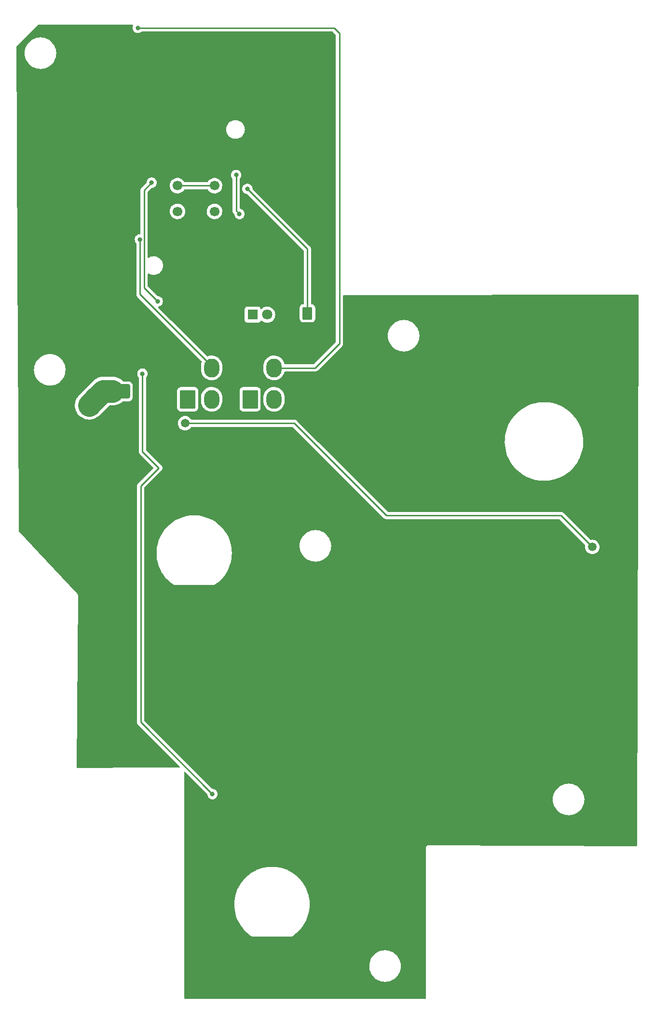
<source format=gbr>
%TF.GenerationSoftware,KiCad,Pcbnew,(6.0.9)*%
%TF.CreationDate,2023-03-29T20:10:41-08:00*%
%TF.ProjectId,ECM DISP PANEL,45434d20-4449-4535-9020-50414e454c2e,3*%
%TF.SameCoordinates,Original*%
%TF.FileFunction,Copper,L2,Bot*%
%TF.FilePolarity,Positive*%
%FSLAX46Y46*%
G04 Gerber Fmt 4.6, Leading zero omitted, Abs format (unit mm)*
G04 Created by KiCad (PCBNEW (6.0.9)) date 2023-03-29 20:10:41*
%MOMM*%
%LPD*%
G01*
G04 APERTURE LIST*
G04 Aperture macros list*
%AMRoundRect*
0 Rectangle with rounded corners*
0 $1 Rounding radius*
0 $2 $3 $4 $5 $6 $7 $8 $9 X,Y pos of 4 corners*
0 Add a 4 corners polygon primitive as box body*
4,1,4,$2,$3,$4,$5,$6,$7,$8,$9,$2,$3,0*
0 Add four circle primitives for the rounded corners*
1,1,$1+$1,$2,$3*
1,1,$1+$1,$4,$5*
1,1,$1+$1,$6,$7*
1,1,$1+$1,$8,$9*
0 Add four rect primitives between the rounded corners*
20,1,$1+$1,$2,$3,$4,$5,0*
20,1,$1+$1,$4,$5,$6,$7,0*
20,1,$1+$1,$6,$7,$8,$9,0*
20,1,$1+$1,$8,$9,$2,$3,0*%
G04 Aperture macros list end*
%TA.AperFunction,ComponentPad*%
%ADD10C,1.700000*%
%TD*%
%TA.AperFunction,ComponentPad*%
%ADD11RoundRect,0.250001X-1.099999X-1.399999X1.099999X-1.399999X1.099999X1.399999X-1.099999X1.399999X0*%
%TD*%
%TA.AperFunction,ComponentPad*%
%ADD12O,2.700000X3.300000*%
%TD*%
%TA.AperFunction,SMDPad,CuDef*%
%ADD13RoundRect,0.250000X-1.500000X-1.000000X1.500000X-1.000000X1.500000X1.000000X-1.500000X1.000000X0*%
%TD*%
%TA.AperFunction,ComponentPad*%
%ADD14R,1.800000X1.800000*%
%TD*%
%TA.AperFunction,ComponentPad*%
%ADD15C,1.800000*%
%TD*%
%TA.AperFunction,ComponentPad*%
%ADD16RoundRect,0.250000X-0.620000X-0.845000X0.620000X-0.845000X0.620000X0.845000X-0.620000X0.845000X0*%
%TD*%
%TA.AperFunction,ComponentPad*%
%ADD17O,1.740000X2.190000*%
%TD*%
%TA.AperFunction,ViaPad*%
%ADD18C,1.500000*%
%TD*%
%TA.AperFunction,ViaPad*%
%ADD19C,0.800000*%
%TD*%
%TA.AperFunction,Conductor*%
%ADD20C,4.000000*%
%TD*%
%TA.AperFunction,Conductor*%
%ADD21C,0.250000*%
%TD*%
G04 APERTURE END LIST*
D10*
%TO.P,SW1,1*%
%TO.N,/SW_JETT*%
X73406000Y-37465000D03*
%TO.P,SW1,2*%
X79906000Y-37465000D03*
%TO.P,SW1,3*%
%TO.N,N/C*%
X73406000Y-41965000D03*
%TO.P,SW1,4*%
X79906000Y-41965000D03*
%TD*%
D11*
%TO.P,J1,1*%
%TO.N,/LED+5V*%
X86150000Y-74900000D03*
D12*
%TO.P,J1,2*%
X90350000Y-74900000D03*
%TO.P,J1,3*%
%TO.N,/LEDGND*%
X86150000Y-69400000D03*
%TO.P,J1,4*%
%TO.N,/DATAIN*%
X90350000Y-69400000D03*
%TD*%
D11*
%TO.P,J2,1*%
%TO.N,/LED+5V*%
X75200000Y-74900000D03*
D12*
%TO.P,J2,2*%
X79400000Y-74900000D03*
%TO.P,J2,3*%
%TO.N,/LEDGND*%
X75200000Y-69400000D03*
%TO.P,J2,4*%
%TO.N,/DATAOUT*%
X79400000Y-69400000D03*
%TD*%
D13*
%TO.P,C1,1*%
%TO.N,/LED+5V*%
X63298000Y-73533000D03*
%TO.P,C1,2*%
%TO.N,/LEDGND*%
X69798000Y-73533000D03*
%TD*%
D14*
%TO.P,D1,1*%
%TO.N,/LED+5V*%
X86614000Y-60071000D03*
D15*
%TO.P,D1,2*%
%TO.N,Net-(D1-Pad2)*%
X89154000Y-60071000D03*
%TD*%
D16*
%TO.P,J3,1*%
%TO.N,/SW_JETT*%
X96213572Y-59825522D03*
D17*
%TO.P,J3,2*%
%TO.N,/LEDGND*%
X98753572Y-59825522D03*
%TD*%
D18*
%TO.N,/LEDGND*%
X73600000Y-18050000D03*
X111976000Y-81026000D03*
X85250000Y-93050000D03*
X99542600Y-30251400D03*
X143027000Y-60909200D03*
X152197000Y-106375000D03*
X68478400Y-128295000D03*
X99800000Y-24550000D03*
X99441000Y-176022000D03*
X99650000Y-46100000D03*
X79400000Y-139050000D03*
X110109000Y-139192000D03*
X133350000Y-139065000D03*
X108876000Y-100517000D03*
X78486000Y-25908000D03*
X99771200Y-55321200D03*
X136925000Y-93075000D03*
X61850000Y-24550000D03*
X68529000Y-135585000D03*
X90300000Y-18500000D03*
X87137500Y-138787500D03*
X99300000Y-37850000D03*
X69723001Y-109855000D03*
X56300000Y-44000000D03*
X69900000Y-95050000D03*
X137325000Y-72525000D03*
X126873000Y-71694000D03*
X82200000Y-157200000D03*
X82804000Y-168021000D03*
X73025400Y-84454600D03*
X126492000Y-85090000D03*
X83894572Y-33663522D03*
X106989600Y-64160400D03*
X74115572Y-33155522D03*
X102108000Y-148717000D03*
X72313800Y-27330400D03*
X111661000Y-89992200D03*
X99314000Y-155448000D03*
X142100000Y-138650000D03*
X88600000Y-106650000D03*
X143002000Y-106037000D03*
X102200000Y-168700000D03*
X90350000Y-178000000D03*
X81737200Y-85852000D03*
X74792000Y-56758000D03*
X56350000Y-29000000D03*
X79322572Y-45601522D03*
X112382000Y-72212200D03*
X133782000Y-105400000D03*
X143307000Y-68226900D03*
X69289572Y-45220522D03*
X81280000Y-150622000D03*
X63100000Y-57950000D03*
X81559400Y-113894000D03*
X99300000Y-16000000D03*
X53162200Y-55067200D03*
X118050000Y-138900000D03*
X89405800Y-27586600D03*
X151000000Y-138850000D03*
X125400000Y-103600000D03*
X81950000Y-18500000D03*
X56275000Y-36325000D03*
X83845400Y-57378600D03*
X93250000Y-57150000D03*
X65119998Y-39487802D03*
X125500000Y-138800000D03*
X91059000Y-88011000D03*
X102438000Y-139116000D03*
X64350000Y-16050000D03*
X66802000Y-87376000D03*
X125603000Y-78867000D03*
X64516000Y-48514000D03*
X116150000Y-104950000D03*
X123500000Y-89450000D03*
X94615000Y-139065000D03*
X65278000Y-32512000D03*
%TO.N,/LED+5V*%
X59055000Y-74803000D03*
X57912000Y-75946000D03*
D19*
%TO.N,/DATAIN*%
X66450000Y-9800000D03*
%TO.N,/DATAOUT*%
X66820052Y-46883193D03*
D18*
%TO.N,Net-(D45-Pad2)*%
X74750000Y-79100000D03*
X146221700Y-100778300D03*
D19*
%TO.N,Net-(D75-Pad2)*%
X69923660Y-57731660D03*
X68871582Y-36930819D03*
X79537560Y-144112440D03*
X67251580Y-70416420D03*
%TO.N,Net-(D77-Pad1)*%
X83694059Y-35605512D03*
X84275572Y-42426522D03*
%TO.N,/SW_JETT*%
X85672572Y-38018512D03*
%TD*%
D20*
%TO.N,/LED+5V*%
X59055000Y-74803000D02*
X57912000Y-75946000D01*
X61991400Y-73455200D02*
X60402800Y-73455200D01*
X60402800Y-73455200D02*
X59055000Y-74803000D01*
D21*
%TO.N,/DATAIN*%
X97561094Y-69400000D02*
X101850000Y-65111094D01*
X100900000Y-9800000D02*
X66450000Y-9800000D01*
X101850000Y-65111094D02*
X101850000Y-10750000D01*
X90350000Y-69400000D02*
X97561094Y-69400000D01*
X101850000Y-10750000D02*
X100900000Y-9800000D01*
%TO.N,/DATAOUT*%
X79400000Y-69100000D02*
X66820052Y-56520052D01*
X66820052Y-56520052D02*
X66820052Y-46883193D01*
X79400000Y-69400000D02*
X79400000Y-69100000D01*
%TO.N,Net-(D45-Pad2)*%
X146221700Y-100778300D02*
X140726999Y-95283599D01*
X140726999Y-95283599D02*
X110083599Y-95283599D01*
X110083599Y-95283599D02*
X93900000Y-79100000D01*
X93900000Y-79100000D02*
X74750000Y-79100000D01*
%TO.N,Net-(D75-Pad2)*%
X66948114Y-131522994D02*
X66948114Y-90096686D01*
X79537560Y-144112440D02*
X66948114Y-131522994D01*
X67251580Y-84047780D02*
X67251580Y-70416420D01*
X66948114Y-90096686D02*
X70124300Y-86920500D01*
X67547094Y-55355094D02*
X67547094Y-38255307D01*
X67547094Y-38255307D02*
X68871582Y-36930819D01*
X70124300Y-86920500D02*
X67251580Y-84047780D01*
X69923660Y-57731660D02*
X67547094Y-55355094D01*
%TO.N,Net-(D77-Pad1)*%
X83694059Y-41845009D02*
X83694059Y-35605512D01*
X84275572Y-42426522D02*
X83694059Y-41845009D01*
%TO.N,/SW_JETT*%
X96213572Y-59825522D02*
X96213572Y-48559512D01*
X96213572Y-48559512D02*
X85672572Y-38018512D01*
X79906000Y-37465000D02*
X73406000Y-37465000D01*
%TD*%
%TA.AperFunction,Conductor*%
%TO.N,/LEDGND*%
G36*
X65561164Y-9291502D02*
G01*
X65607657Y-9345158D01*
X65617761Y-9415432D01*
X65612876Y-9436436D01*
X65556458Y-9610072D01*
X65536496Y-9800000D01*
X65556458Y-9989928D01*
X65615473Y-10171556D01*
X65710960Y-10336944D01*
X65838747Y-10478866D01*
X65993248Y-10591118D01*
X65999276Y-10593802D01*
X65999278Y-10593803D01*
X66161681Y-10666109D01*
X66167712Y-10668794D01*
X66261113Y-10688647D01*
X66348056Y-10707128D01*
X66348061Y-10707128D01*
X66354513Y-10708500D01*
X66545487Y-10708500D01*
X66551939Y-10707128D01*
X66551944Y-10707128D01*
X66638887Y-10688647D01*
X66732288Y-10668794D01*
X66738319Y-10666109D01*
X66900722Y-10593803D01*
X66900724Y-10593802D01*
X66906752Y-10591118D01*
X67061253Y-10478866D01*
X67065668Y-10473963D01*
X67070580Y-10469540D01*
X67071705Y-10470789D01*
X67125014Y-10437949D01*
X67158200Y-10433500D01*
X100585405Y-10433500D01*
X100653526Y-10453502D01*
X100674501Y-10470405D01*
X101179596Y-10975501D01*
X101213621Y-11037813D01*
X101216500Y-11064596D01*
X101216500Y-64796500D01*
X101196498Y-64864621D01*
X101179595Y-64885595D01*
X97335594Y-68729595D01*
X97273282Y-68763621D01*
X97246499Y-68766500D01*
X92280929Y-68766500D01*
X92212808Y-68746498D01*
X92166315Y-68692842D01*
X92157892Y-68667664D01*
X92136791Y-68572088D01*
X92136790Y-68572084D01*
X92135806Y-68567628D01*
X92088028Y-68441520D01*
X92041868Y-68319682D01*
X92041867Y-68319679D01*
X92040250Y-68315412D01*
X91909286Y-68079632D01*
X91827471Y-67972429D01*
X91748429Y-67868859D01*
X91748428Y-67868858D01*
X91745657Y-67865227D01*
X91552792Y-67676688D01*
X91334730Y-67517966D01*
X91234969Y-67465479D01*
X91100079Y-67394510D01*
X91100073Y-67394507D01*
X91096039Y-67392385D01*
X91091734Y-67390865D01*
X91091730Y-67390863D01*
X90846033Y-67304098D01*
X90846032Y-67304098D01*
X90841720Y-67302575D01*
X90713968Y-67277395D01*
X90581572Y-67251300D01*
X90581566Y-67251299D01*
X90577100Y-67250419D01*
X90572547Y-67250192D01*
X90572544Y-67250192D01*
X90312292Y-67237236D01*
X90312286Y-67237236D01*
X90307723Y-67237009D01*
X90039231Y-67262625D01*
X90034797Y-67263710D01*
X90034791Y-67263711D01*
X89825714Y-67314872D01*
X89777250Y-67326731D01*
X89527267Y-67427985D01*
X89294518Y-67564265D01*
X89290951Y-67567118D01*
X89131433Y-67694688D01*
X89083881Y-67732716D01*
X88899766Y-67929809D01*
X88746032Y-68151416D01*
X88625899Y-68392894D01*
X88624478Y-68397228D01*
X88624477Y-68397231D01*
X88598117Y-68477643D01*
X88541882Y-68649186D01*
X88541102Y-68653677D01*
X88541102Y-68653678D01*
X88509525Y-68835547D01*
X88495743Y-68914921D01*
X88491500Y-69000149D01*
X88491500Y-69768512D01*
X88491665Y-69770780D01*
X88491665Y-69770792D01*
X88498092Y-69859366D01*
X88506047Y-69969004D01*
X88507031Y-69973459D01*
X88507031Y-69973462D01*
X88562896Y-70226492D01*
X88564194Y-70232372D01*
X88565812Y-70236642D01*
X88631944Y-70411194D01*
X88659750Y-70484588D01*
X88790714Y-70720368D01*
X88793486Y-70724000D01*
X88907608Y-70873535D01*
X88954343Y-70934773D01*
X88957609Y-70937966D01*
X88957611Y-70937968D01*
X89019926Y-70998885D01*
X89147208Y-71123312D01*
X89365270Y-71282034D01*
X89465031Y-71334521D01*
X89599921Y-71405490D01*
X89599927Y-71405493D01*
X89603961Y-71407615D01*
X89608266Y-71409135D01*
X89608270Y-71409137D01*
X89853967Y-71495902D01*
X89858280Y-71497425D01*
X89986032Y-71522605D01*
X90118428Y-71548700D01*
X90118434Y-71548701D01*
X90122900Y-71549581D01*
X90127453Y-71549808D01*
X90127456Y-71549808D01*
X90387708Y-71562764D01*
X90387714Y-71562764D01*
X90392277Y-71562991D01*
X90660769Y-71537375D01*
X90665203Y-71536290D01*
X90665209Y-71536289D01*
X90918312Y-71474355D01*
X90922750Y-71473269D01*
X91172733Y-71372015D01*
X91405482Y-71235735D01*
X91616119Y-71067284D01*
X91800234Y-70870191D01*
X91953968Y-70648584D01*
X92074101Y-70407106D01*
X92077360Y-70397166D01*
X92156698Y-70155147D01*
X92156699Y-70155141D01*
X92158118Y-70150814D01*
X92158898Y-70146322D01*
X92158900Y-70146315D01*
X92160352Y-70137949D01*
X92191710Y-70074253D01*
X92252527Y-70037623D01*
X92284495Y-70033500D01*
X97482327Y-70033500D01*
X97493510Y-70034027D01*
X97501003Y-70035702D01*
X97508929Y-70035453D01*
X97508930Y-70035453D01*
X97569080Y-70033562D01*
X97573039Y-70033500D01*
X97600950Y-70033500D01*
X97604885Y-70033003D01*
X97604950Y-70032995D01*
X97616787Y-70032062D01*
X97649045Y-70031048D01*
X97653064Y-70030922D01*
X97660983Y-70030673D01*
X97680437Y-70025021D01*
X97699794Y-70021013D01*
X97712024Y-70019468D01*
X97712025Y-70019468D01*
X97719891Y-70018474D01*
X97727262Y-70015555D01*
X97727264Y-70015555D01*
X97761006Y-70002196D01*
X97772236Y-69998351D01*
X97807077Y-69988229D01*
X97807078Y-69988229D01*
X97814687Y-69986018D01*
X97821506Y-69981985D01*
X97821511Y-69981983D01*
X97832122Y-69975707D01*
X97849870Y-69967012D01*
X97868711Y-69959552D01*
X97904481Y-69933564D01*
X97914401Y-69927048D01*
X97945629Y-69908580D01*
X97945632Y-69908578D01*
X97952456Y-69904542D01*
X97966777Y-69890221D01*
X97981811Y-69877380D01*
X97991788Y-69870131D01*
X97998201Y-69865472D01*
X98026392Y-69831395D01*
X98034382Y-69822616D01*
X102242253Y-65614746D01*
X102250539Y-65607206D01*
X102257018Y-65603094D01*
X102303644Y-65553442D01*
X102306398Y-65550601D01*
X102326135Y-65530864D01*
X102328615Y-65527667D01*
X102336320Y-65518645D01*
X102361159Y-65492194D01*
X102366586Y-65486415D01*
X102370405Y-65479469D01*
X102370407Y-65479466D01*
X102376348Y-65468660D01*
X102387199Y-65452141D01*
X102394758Y-65442395D01*
X102399614Y-65436135D01*
X102402759Y-65428866D01*
X102402762Y-65428862D01*
X102417174Y-65395557D01*
X102422391Y-65384907D01*
X102443695Y-65346154D01*
X102448733Y-65326531D01*
X102455137Y-65307828D01*
X102460033Y-65296514D01*
X102460033Y-65296513D01*
X102463181Y-65289239D01*
X102464420Y-65281416D01*
X102464423Y-65281406D01*
X102470099Y-65245570D01*
X102472505Y-65233950D01*
X102481528Y-65198805D01*
X102481528Y-65198804D01*
X102483500Y-65191124D01*
X102483500Y-65170870D01*
X102485051Y-65151159D01*
X102486980Y-65138980D01*
X102488220Y-65131151D01*
X102484059Y-65087132D01*
X102483500Y-65075275D01*
X102483500Y-63748052D01*
X110341068Y-63748052D01*
X110359345Y-64080156D01*
X110360006Y-64083883D01*
X110360006Y-64083887D01*
X110405930Y-64343012D01*
X110417387Y-64407658D01*
X110514354Y-64725815D01*
X110515885Y-64729279D01*
X110515888Y-64729286D01*
X110545603Y-64796500D01*
X110648841Y-65030019D01*
X110650777Y-65033273D01*
X110650780Y-65033279D01*
X110814120Y-65307828D01*
X110818900Y-65315863D01*
X111022068Y-65579206D01*
X111255401Y-65816234D01*
X111515521Y-66023513D01*
X111798658Y-66198041D01*
X112100712Y-66337290D01*
X112104312Y-66338449D01*
X112104319Y-66338452D01*
X112413698Y-66438080D01*
X112413701Y-66438081D01*
X112417307Y-66439242D01*
X112421023Y-66439961D01*
X112421031Y-66439963D01*
X112740139Y-66501703D01*
X112740145Y-66501704D01*
X112743857Y-66502422D01*
X112747633Y-66502689D01*
X112747638Y-66502690D01*
X112848339Y-66509819D01*
X113006566Y-66521022D01*
X113188207Y-66521022D01*
X113190073Y-66520910D01*
X113190090Y-66520909D01*
X113432800Y-66506277D01*
X113432807Y-66506276D01*
X113436575Y-66506049D01*
X113620973Y-66472371D01*
X113760042Y-66446973D01*
X113760047Y-66446972D01*
X113763769Y-66446292D01*
X113767381Y-66445171D01*
X113767387Y-66445169D01*
X113987399Y-66376854D01*
X114081415Y-66347661D01*
X114384910Y-66211583D01*
X114526017Y-66126630D01*
X114666606Y-66041988D01*
X114666612Y-66041984D01*
X114669859Y-66040029D01*
X114672843Y-66037702D01*
X114672850Y-66037697D01*
X114929147Y-65837816D01*
X114929154Y-65837810D01*
X114932135Y-65835485D01*
X115167938Y-65600914D01*
X115354277Y-65364544D01*
X115371502Y-65342694D01*
X115373852Y-65339713D01*
X115546895Y-65055666D01*
X115624222Y-64885595D01*
X115682992Y-64756339D01*
X115682995Y-64756331D01*
X115684561Y-64752887D01*
X115784854Y-64435762D01*
X115846323Y-64108886D01*
X115868076Y-63776992D01*
X115849799Y-63444888D01*
X115844048Y-63412435D01*
X115792418Y-63121116D01*
X115791757Y-63117386D01*
X115694790Y-62799229D01*
X115693259Y-62795765D01*
X115693256Y-62795758D01*
X115561835Y-62498491D01*
X115560303Y-62495025D01*
X115547095Y-62472823D01*
X115392183Y-62212440D01*
X115392182Y-62212439D01*
X115390244Y-62209181D01*
X115187076Y-61945838D01*
X114953743Y-61708810D01*
X114693623Y-61501531D01*
X114410486Y-61327003D01*
X114108432Y-61187754D01*
X114104832Y-61186595D01*
X114104825Y-61186592D01*
X113795446Y-61086964D01*
X113795443Y-61086963D01*
X113791837Y-61085802D01*
X113788121Y-61085083D01*
X113788113Y-61085081D01*
X113469005Y-61023341D01*
X113468999Y-61023340D01*
X113465287Y-61022622D01*
X113461511Y-61022355D01*
X113461506Y-61022354D01*
X113360805Y-61015225D01*
X113202578Y-61004022D01*
X113020937Y-61004022D01*
X113019071Y-61004134D01*
X113019054Y-61004135D01*
X112776344Y-61018767D01*
X112776337Y-61018768D01*
X112772569Y-61018995D01*
X112588171Y-61052673D01*
X112449102Y-61078071D01*
X112449097Y-61078072D01*
X112445375Y-61078752D01*
X112441763Y-61079873D01*
X112441757Y-61079875D01*
X112255871Y-61137594D01*
X112127729Y-61177383D01*
X111824234Y-61313461D01*
X111702276Y-61386886D01*
X111542538Y-61483056D01*
X111542532Y-61483060D01*
X111539285Y-61485015D01*
X111536301Y-61487342D01*
X111536294Y-61487347D01*
X111279997Y-61687228D01*
X111279990Y-61687234D01*
X111277009Y-61689559D01*
X111041206Y-61924130D01*
X110835292Y-62185331D01*
X110662249Y-62469378D01*
X110660683Y-62472823D01*
X110526152Y-62768705D01*
X110526149Y-62768713D01*
X110524583Y-62772157D01*
X110424290Y-63089282D01*
X110362821Y-63416158D01*
X110341068Y-63748052D01*
X102483500Y-63748052D01*
X102483500Y-56742931D01*
X102503502Y-56674810D01*
X102557158Y-56628317D01*
X102609438Y-56616931D01*
X154227254Y-56592007D01*
X154295385Y-56611976D01*
X154341903Y-56665609D01*
X154353314Y-56718400D01*
X154052483Y-153084522D01*
X154032269Y-153152580D01*
X153978468Y-153198905D01*
X153926052Y-153210128D01*
X117525861Y-153085384D01*
X117525642Y-153085383D01*
X117439173Y-153084936D01*
X117439170Y-153084936D01*
X117430199Y-153084890D01*
X117421576Y-153087363D01*
X117421570Y-153087364D01*
X117403114Y-153092658D01*
X117385811Y-153096330D01*
X117383125Y-153096705D01*
X117366796Y-153098986D01*
X117366792Y-153098987D01*
X117357904Y-153100229D01*
X117338184Y-153109114D01*
X117333222Y-153111349D01*
X117316207Y-153117586D01*
X117290187Y-153125049D01*
X117282602Y-153129845D01*
X117282599Y-153129846D01*
X117266369Y-153140108D01*
X117250800Y-153148484D01*
X117225103Y-153160062D01*
X117218282Y-153165899D01*
X117204536Y-153177661D01*
X117189950Y-153188425D01*
X117167073Y-153202890D01*
X117161136Y-153209625D01*
X117161135Y-153209626D01*
X117148435Y-153224033D01*
X117135841Y-153236443D01*
X117114433Y-153254762D01*
X117099824Y-153277132D01*
X117099629Y-153277430D01*
X117088655Y-153291850D01*
X117070756Y-153312156D01*
X117058802Y-153337678D01*
X117050206Y-153353110D01*
X117034789Y-153376718D01*
X117032187Y-153385311D01*
X117032186Y-153385313D01*
X117026941Y-153402635D01*
X117020453Y-153419562D01*
X117008978Y-153444064D01*
X117007605Y-153452934D01*
X117007605Y-153452935D01*
X117004670Y-153471903D01*
X117000746Y-153489147D01*
X116992577Y-153516125D01*
X116992491Y-153525103D01*
X116992491Y-153525105D01*
X116992245Y-153550906D01*
X116992168Y-153552691D01*
X116991863Y-153554666D01*
X116991868Y-153559519D01*
X116991867Y-153559526D01*
X116991893Y-153587098D01*
X116991887Y-153588416D01*
X116991188Y-153661776D01*
X116991819Y-153664011D01*
X116991969Y-153666249D01*
X117012847Y-175797341D01*
X117016701Y-179883181D01*
X116996763Y-179951321D01*
X116943151Y-179997864D01*
X116890701Y-180009300D01*
X74750509Y-180009300D01*
X74682388Y-179989298D01*
X74635895Y-179935642D01*
X74624509Y-179883537D01*
X74613881Y-174229530D01*
X107066096Y-174229530D01*
X107084373Y-174561634D01*
X107085034Y-174565361D01*
X107085034Y-174565365D01*
X107130958Y-174824490D01*
X107142415Y-174889136D01*
X107239382Y-175207293D01*
X107240913Y-175210757D01*
X107240916Y-175210764D01*
X107323670Y-175397949D01*
X107373869Y-175511497D01*
X107375805Y-175514751D01*
X107375808Y-175514757D01*
X107541989Y-175794082D01*
X107543928Y-175797341D01*
X107747096Y-176060684D01*
X107980429Y-176297712D01*
X108240549Y-176504991D01*
X108523686Y-176679519D01*
X108825740Y-176818768D01*
X108829340Y-176819927D01*
X108829347Y-176819930D01*
X109138726Y-176919558D01*
X109138729Y-176919559D01*
X109142335Y-176920720D01*
X109146051Y-176921439D01*
X109146059Y-176921441D01*
X109465167Y-176983181D01*
X109465173Y-176983182D01*
X109468885Y-176983900D01*
X109472661Y-176984167D01*
X109472666Y-176984168D01*
X109573367Y-176991297D01*
X109731594Y-177002500D01*
X109913235Y-177002500D01*
X109915101Y-177002388D01*
X109915118Y-177002387D01*
X110157828Y-176987755D01*
X110157835Y-176987754D01*
X110161603Y-176987527D01*
X110346001Y-176953849D01*
X110485070Y-176928451D01*
X110485075Y-176928450D01*
X110488797Y-176927770D01*
X110492409Y-176926649D01*
X110492415Y-176926647D01*
X110712427Y-176858332D01*
X110806443Y-176829139D01*
X111109938Y-176693061D01*
X111251045Y-176608108D01*
X111391634Y-176523466D01*
X111391640Y-176523462D01*
X111394887Y-176521507D01*
X111397871Y-176519180D01*
X111397878Y-176519175D01*
X111654175Y-176319294D01*
X111654182Y-176319288D01*
X111657163Y-176316963D01*
X111892966Y-176082392D01*
X112098880Y-175821191D01*
X112271923Y-175537144D01*
X112326983Y-175416046D01*
X112408020Y-175237817D01*
X112408023Y-175237809D01*
X112409589Y-175234365D01*
X112509882Y-174917240D01*
X112571351Y-174590364D01*
X112593104Y-174258470D01*
X112574827Y-173926366D01*
X112569076Y-173893913D01*
X112517446Y-173602594D01*
X112516785Y-173598864D01*
X112419818Y-173280707D01*
X112418287Y-173277243D01*
X112418284Y-173277236D01*
X112286863Y-172979969D01*
X112285331Y-172976503D01*
X112272123Y-172954301D01*
X112117211Y-172693918D01*
X112117210Y-172693917D01*
X112115272Y-172690659D01*
X111912104Y-172427316D01*
X111678771Y-172190288D01*
X111418651Y-171983009D01*
X111135514Y-171808481D01*
X110833460Y-171669232D01*
X110829860Y-171668073D01*
X110829853Y-171668070D01*
X110520474Y-171568442D01*
X110520471Y-171568441D01*
X110516865Y-171567280D01*
X110513149Y-171566561D01*
X110513141Y-171566559D01*
X110194033Y-171504819D01*
X110194027Y-171504818D01*
X110190315Y-171504100D01*
X110186539Y-171503833D01*
X110186534Y-171503832D01*
X110085833Y-171496703D01*
X109927606Y-171485500D01*
X109745965Y-171485500D01*
X109744099Y-171485612D01*
X109744082Y-171485613D01*
X109501372Y-171500245D01*
X109501365Y-171500246D01*
X109497597Y-171500473D01*
X109313199Y-171534151D01*
X109174130Y-171559549D01*
X109174125Y-171559550D01*
X109170403Y-171560230D01*
X109166791Y-171561351D01*
X109166785Y-171561353D01*
X108946773Y-171629668D01*
X108852757Y-171658861D01*
X108549262Y-171794939D01*
X108408155Y-171879892D01*
X108267566Y-171964534D01*
X108267560Y-171964538D01*
X108264313Y-171966493D01*
X108261329Y-171968820D01*
X108261322Y-171968825D01*
X108005025Y-172168706D01*
X108005018Y-172168712D01*
X108002037Y-172171037D01*
X107766234Y-172405608D01*
X107560320Y-172666809D01*
X107387277Y-172950856D01*
X107385711Y-172954301D01*
X107251180Y-173250183D01*
X107251177Y-173250191D01*
X107249611Y-173253635D01*
X107149318Y-173570760D01*
X107087849Y-173897636D01*
X107066096Y-174229530D01*
X74613881Y-174229530D01*
X74593614Y-163447945D01*
X83381227Y-163447945D01*
X83399842Y-163953319D01*
X83400115Y-163955714D01*
X83456175Y-164448153D01*
X83457044Y-164455790D01*
X83552496Y-164952417D01*
X83685641Y-165440291D01*
X83686456Y-165442573D01*
X83853943Y-165911639D01*
X83855699Y-165916558D01*
X84061674Y-166378427D01*
X84062818Y-166380542D01*
X84062819Y-166380543D01*
X84301210Y-166821072D01*
X84301217Y-166821084D01*
X84302360Y-166823196D01*
X84576349Y-167248260D01*
X84882035Y-167651131D01*
X84883632Y-167652931D01*
X84883635Y-167652935D01*
X85216030Y-168027647D01*
X85216038Y-168027656D01*
X85217630Y-168029450D01*
X85219362Y-168031125D01*
X85219364Y-168031127D01*
X85246144Y-168057024D01*
X85581168Y-168381003D01*
X85970522Y-168703730D01*
X85972494Y-168705124D01*
X85972497Y-168705127D01*
X86365289Y-168982927D01*
X86369483Y-168986057D01*
X86372770Y-168989082D01*
X86381600Y-168994988D01*
X86381703Y-168995079D01*
X86381813Y-168995131D01*
X86383204Y-168996061D01*
X86387610Y-168998109D01*
X86387614Y-168998111D01*
X86448526Y-169026420D01*
X86448905Y-169026597D01*
X86513577Y-169056929D01*
X86514467Y-169057067D01*
X86515293Y-169057451D01*
X86523965Y-169058767D01*
X86523966Y-169058767D01*
X86586515Y-169068256D01*
X86624170Y-169074104D01*
X86624910Y-169074104D01*
X86625512Y-169074173D01*
X86641452Y-169076591D01*
X86650429Y-169077953D01*
X86650430Y-169077953D01*
X86659303Y-169079299D01*
X86668202Y-169078100D01*
X86689738Y-169075199D01*
X86706511Y-169074071D01*
X93271387Y-169071442D01*
X93291206Y-169073003D01*
X93313791Y-169076591D01*
X93322693Y-169075455D01*
X93322696Y-169075455D01*
X93351577Y-169071769D01*
X93355196Y-169071409D01*
X93358372Y-169071407D01*
X93389018Y-169067005D01*
X93390976Y-169066740D01*
X93449793Y-169059234D01*
X93449796Y-169059233D01*
X93458277Y-169058151D01*
X93462008Y-169056523D01*
X93466040Y-169055944D01*
X93473820Y-169052403D01*
X93527771Y-169027847D01*
X93529579Y-169027042D01*
X93587307Y-169001854D01*
X93587321Y-169001847D01*
X93591780Y-168999901D01*
X93598382Y-168995707D01*
X93598611Y-168995603D01*
X93598793Y-168995446D01*
X93602376Y-168993170D01*
X93603323Y-168992339D01*
X93605655Y-168991468D01*
X93605142Y-168990743D01*
X94012868Y-168701891D01*
X94012880Y-168701882D01*
X94014822Y-168700506D01*
X94016656Y-168698984D01*
X94016663Y-168698978D01*
X94217552Y-168532193D01*
X94403917Y-168377467D01*
X94767173Y-168025623D01*
X94768778Y-168023811D01*
X95100876Y-167648830D01*
X95100885Y-167648819D01*
X95102465Y-167647035D01*
X95197910Y-167521036D01*
X95406369Y-167245846D01*
X95406378Y-167245834D01*
X95407828Y-167243919D01*
X95681476Y-166818636D01*
X95921805Y-166373674D01*
X96127410Y-165911639D01*
X96297086Y-165435237D01*
X96429840Y-164947256D01*
X96430295Y-164944879D01*
X96524439Y-164452933D01*
X96524441Y-164452921D01*
X96524894Y-164450553D01*
X96581693Y-163948036D01*
X96581780Y-163945624D01*
X96599816Y-163445068D01*
X96599816Y-163445063D01*
X96599903Y-163442648D01*
X96579419Y-162937346D01*
X96520359Y-162435090D01*
X96423070Y-161938820D01*
X96342537Y-161647965D01*
X96288769Y-161453776D01*
X96288765Y-161453765D01*
X96288122Y-161451441D01*
X96116303Y-160975807D01*
X95908621Y-160514703D01*
X95848814Y-160405153D01*
X95667451Y-160072950D01*
X95666292Y-160070827D01*
X95390733Y-159646779D01*
X95083559Y-159245042D01*
X94746567Y-158867966D01*
X94656775Y-158781775D01*
X94383465Y-158519426D01*
X94383459Y-158519421D01*
X94381730Y-158517761D01*
X94167963Y-158341903D01*
X93993044Y-158198004D01*
X93993036Y-158197998D01*
X93991186Y-158196476D01*
X93577219Y-157905993D01*
X93575150Y-157904766D01*
X93575144Y-157904762D01*
X93144315Y-157649233D01*
X93144307Y-157649229D01*
X93142254Y-157648011D01*
X92688837Y-157424042D01*
X92509585Y-157351974D01*
X92221878Y-157236302D01*
X92221864Y-157236297D01*
X92219623Y-157235396D01*
X91744113Y-157085310D01*
X91739662Y-157083905D01*
X91739657Y-157083904D01*
X91737358Y-157083178D01*
X91244867Y-156968279D01*
X90745033Y-156891372D01*
X90245881Y-156853297D01*
X90243194Y-156853092D01*
X90243192Y-156853092D01*
X90240781Y-156852908D01*
X89986153Y-156853010D01*
X89737486Y-156853110D01*
X89737485Y-156853110D01*
X89735065Y-156853111D01*
X89732658Y-156853297D01*
X89732646Y-156853297D01*
X89233252Y-156891793D01*
X89233242Y-156891794D01*
X89230844Y-156891979D01*
X88731071Y-156969287D01*
X88728744Y-156969832D01*
X88728733Y-156969834D01*
X88241020Y-157084030D01*
X88241009Y-157084033D01*
X88238673Y-157084580D01*
X87756530Y-157237184D01*
X87287468Y-157426206D01*
X87285320Y-157427269D01*
X87285307Y-157427275D01*
X86903518Y-157616244D01*
X86834230Y-157650539D01*
X86832163Y-157651767D01*
X86832156Y-157651771D01*
X86401546Y-157907636D01*
X86401534Y-157907644D01*
X86399472Y-157908869D01*
X86397494Y-157910259D01*
X86397493Y-157910260D01*
X85988130Y-158198004D01*
X85985738Y-158199685D01*
X85983895Y-158201204D01*
X85983888Y-158201209D01*
X85813144Y-158341903D01*
X85595451Y-158521283D01*
X85230896Y-158871780D01*
X85229299Y-158873569D01*
X85229294Y-158873575D01*
X84895815Y-159247321D01*
X84895807Y-159247331D01*
X84894206Y-159249125D01*
X84587354Y-159651109D01*
X84312135Y-160075378D01*
X84070162Y-160519447D01*
X83862849Y-160980718D01*
X83862031Y-160982987D01*
X83862029Y-160982993D01*
X83694051Y-161449168D01*
X83691413Y-161456490D01*
X83556855Y-161943976D01*
X83556392Y-161946349D01*
X83460986Y-162435090D01*
X83459964Y-162440324D01*
X83401307Y-162942628D01*
X83381227Y-163447945D01*
X74593614Y-163447945D01*
X74582289Y-157423143D01*
X74558990Y-145028052D01*
X139297068Y-145028052D01*
X139315345Y-145360156D01*
X139316006Y-145363883D01*
X139316006Y-145363887D01*
X139361930Y-145623012D01*
X139373387Y-145687658D01*
X139470354Y-146005815D01*
X139471885Y-146009279D01*
X139471888Y-146009286D01*
X139554642Y-146196471D01*
X139604841Y-146310019D01*
X139606777Y-146313273D01*
X139606780Y-146313279D01*
X139772961Y-146592604D01*
X139774900Y-146595863D01*
X139978068Y-146859206D01*
X140211401Y-147096234D01*
X140471521Y-147303513D01*
X140754658Y-147478041D01*
X141056712Y-147617290D01*
X141060312Y-147618449D01*
X141060319Y-147618452D01*
X141369698Y-147718080D01*
X141369701Y-147718081D01*
X141373307Y-147719242D01*
X141377023Y-147719961D01*
X141377031Y-147719963D01*
X141696139Y-147781703D01*
X141696145Y-147781704D01*
X141699857Y-147782422D01*
X141703633Y-147782689D01*
X141703638Y-147782690D01*
X141804339Y-147789819D01*
X141962566Y-147801022D01*
X142144207Y-147801022D01*
X142146073Y-147800910D01*
X142146090Y-147800909D01*
X142388800Y-147786277D01*
X142388807Y-147786276D01*
X142392575Y-147786049D01*
X142576973Y-147752371D01*
X142716042Y-147726973D01*
X142716047Y-147726972D01*
X142719769Y-147726292D01*
X142723381Y-147725171D01*
X142723387Y-147725169D01*
X142943399Y-147656854D01*
X143037415Y-147627661D01*
X143340910Y-147491583D01*
X143482017Y-147406630D01*
X143622606Y-147321988D01*
X143622612Y-147321984D01*
X143625859Y-147320029D01*
X143628843Y-147317702D01*
X143628850Y-147317697D01*
X143885147Y-147117816D01*
X143885154Y-147117810D01*
X143888135Y-147115485D01*
X144123938Y-146880914D01*
X144329852Y-146619713D01*
X144502895Y-146335666D01*
X144557955Y-146214568D01*
X144638992Y-146036339D01*
X144638995Y-146036331D01*
X144640561Y-146032887D01*
X144740854Y-145715762D01*
X144802323Y-145388886D01*
X144824076Y-145056992D01*
X144805799Y-144724888D01*
X144800048Y-144692435D01*
X144748418Y-144401116D01*
X144747757Y-144397386D01*
X144716798Y-144295805D01*
X144651898Y-144082865D01*
X144650790Y-144079229D01*
X144649259Y-144075765D01*
X144649256Y-144075758D01*
X144517835Y-143778491D01*
X144516303Y-143775025D01*
X144503095Y-143752823D01*
X144348183Y-143492440D01*
X144348182Y-143492439D01*
X144346244Y-143489181D01*
X144303344Y-143433574D01*
X144269373Y-143389542D01*
X144143076Y-143225838D01*
X143909743Y-142988810D01*
X143649623Y-142781531D01*
X143366486Y-142607003D01*
X143064432Y-142467754D01*
X143060832Y-142466595D01*
X143060825Y-142466592D01*
X142751446Y-142366964D01*
X142751443Y-142366963D01*
X142747837Y-142365802D01*
X142744121Y-142365083D01*
X142744113Y-142365081D01*
X142425005Y-142303341D01*
X142424999Y-142303340D01*
X142421287Y-142302622D01*
X142417511Y-142302355D01*
X142417506Y-142302354D01*
X142316805Y-142295225D01*
X142158578Y-142284022D01*
X141976937Y-142284022D01*
X141975071Y-142284134D01*
X141975054Y-142284135D01*
X141732344Y-142298767D01*
X141732337Y-142298768D01*
X141728569Y-142298995D01*
X141544171Y-142332673D01*
X141405102Y-142358071D01*
X141405097Y-142358072D01*
X141401375Y-142358752D01*
X141397763Y-142359873D01*
X141397757Y-142359875D01*
X141177745Y-142428190D01*
X141083729Y-142457383D01*
X140780234Y-142593461D01*
X140639127Y-142678414D01*
X140498538Y-142763056D01*
X140498532Y-142763060D01*
X140495285Y-142765015D01*
X140492301Y-142767342D01*
X140492294Y-142767347D01*
X140235997Y-142967228D01*
X140235990Y-142967234D01*
X140233009Y-142969559D01*
X139997206Y-143204130D01*
X139791292Y-143465331D01*
X139618249Y-143749378D01*
X139616683Y-143752823D01*
X139482152Y-144048705D01*
X139482149Y-144048713D01*
X139480583Y-144052157D01*
X139380290Y-144369282D01*
X139318821Y-144696158D01*
X139297068Y-145028052D01*
X74558990Y-145028052D01*
X74550150Y-140325360D01*
X74570024Y-140257203D01*
X74623592Y-140210609D01*
X74693847Y-140200373D01*
X74758483Y-140229745D01*
X74765245Y-140236029D01*
X78590438Y-144061222D01*
X78624464Y-144123534D01*
X78626652Y-144137143D01*
X78644018Y-144302368D01*
X78703033Y-144483996D01*
X78798520Y-144649384D01*
X78802938Y-144654291D01*
X78802939Y-144654292D01*
X78866504Y-144724888D01*
X78926307Y-144791306D01*
X79080808Y-144903558D01*
X79086836Y-144906242D01*
X79086838Y-144906243D01*
X79249241Y-144978549D01*
X79255272Y-144981234D01*
X79348672Y-145001087D01*
X79435616Y-145019568D01*
X79435621Y-145019568D01*
X79442073Y-145020940D01*
X79633047Y-145020940D01*
X79639499Y-145019568D01*
X79639504Y-145019568D01*
X79726448Y-145001087D01*
X79819848Y-144981234D01*
X79825879Y-144978549D01*
X79988282Y-144906243D01*
X79988284Y-144906242D01*
X79994312Y-144903558D01*
X80148813Y-144791306D01*
X80208616Y-144724888D01*
X80272181Y-144654292D01*
X80272182Y-144654291D01*
X80276600Y-144649384D01*
X80372087Y-144483996D01*
X80431102Y-144302368D01*
X80451064Y-144112440D01*
X80431102Y-143922512D01*
X80372087Y-143740884D01*
X80276600Y-143575496D01*
X80148813Y-143433574D01*
X79994312Y-143321322D01*
X79988284Y-143318638D01*
X79988282Y-143318637D01*
X79825879Y-143246331D01*
X79825878Y-143246331D01*
X79819848Y-143243646D01*
X79723375Y-143223140D01*
X79639504Y-143205312D01*
X79639499Y-143205312D01*
X79633047Y-143203940D01*
X79577155Y-143203940D01*
X79509034Y-143183938D01*
X79488060Y-143167035D01*
X67618519Y-131297494D01*
X67584493Y-131235182D01*
X67581614Y-131208399D01*
X67581614Y-101852945D01*
X69728727Y-101852945D01*
X69747342Y-102358318D01*
X69779811Y-102643529D01*
X69795775Y-102783757D01*
X69804544Y-102860789D01*
X69899996Y-103357416D01*
X70033141Y-103845291D01*
X70203199Y-104321557D01*
X70409174Y-104783427D01*
X70649860Y-105228195D01*
X70651167Y-105230223D01*
X70651169Y-105230226D01*
X70922293Y-105650847D01*
X70923848Y-105653260D01*
X71229534Y-106056131D01*
X71231131Y-106057931D01*
X71231134Y-106057935D01*
X71563529Y-106432647D01*
X71563537Y-106432656D01*
X71565129Y-106434450D01*
X71566861Y-106436125D01*
X71566863Y-106436127D01*
X71593643Y-106462024D01*
X71928667Y-106786002D01*
X72318021Y-107108730D01*
X72319977Y-107110114D01*
X72319987Y-107110121D01*
X72712772Y-107387914D01*
X72716980Y-107391054D01*
X72720269Y-107394082D01*
X72729099Y-107399988D01*
X72729202Y-107400079D01*
X72729312Y-107400131D01*
X72730703Y-107401061D01*
X72735109Y-107403109D01*
X72735113Y-107403111D01*
X72796025Y-107431420D01*
X72796404Y-107431597D01*
X72861076Y-107461929D01*
X72861966Y-107462067D01*
X72862792Y-107462451D01*
X72871464Y-107463767D01*
X72871465Y-107463767D01*
X72924028Y-107471741D01*
X72934014Y-107473256D01*
X72971669Y-107479104D01*
X72972409Y-107479104D01*
X72973011Y-107479173D01*
X72988958Y-107481592D01*
X72997928Y-107482953D01*
X72997929Y-107482953D01*
X73006802Y-107484299D01*
X73015701Y-107483100D01*
X73037237Y-107480199D01*
X73054010Y-107479071D01*
X79618887Y-107476443D01*
X79638706Y-107478004D01*
X79661291Y-107481592D01*
X79670193Y-107480456D01*
X79670196Y-107480456D01*
X79699077Y-107476770D01*
X79702696Y-107476410D01*
X79705872Y-107476408D01*
X79736518Y-107472006D01*
X79738476Y-107471741D01*
X79797293Y-107464235D01*
X79797296Y-107464234D01*
X79805777Y-107463152D01*
X79809508Y-107461524D01*
X79813540Y-107460945D01*
X79821320Y-107457404D01*
X79875271Y-107432848D01*
X79877079Y-107432043D01*
X79934807Y-107406855D01*
X79934821Y-107406848D01*
X79939280Y-107404902D01*
X79945882Y-107400708D01*
X79946111Y-107400604D01*
X79946293Y-107400447D01*
X79949876Y-107398171D01*
X79950831Y-107397333D01*
X79953166Y-107396461D01*
X79952652Y-107395735D01*
X79963692Y-107387914D01*
X80362322Y-107105506D01*
X80364156Y-107103984D01*
X80364163Y-107103978D01*
X80565052Y-106937193D01*
X80751417Y-106782467D01*
X81114673Y-106430624D01*
X81116278Y-106428812D01*
X81448376Y-106053831D01*
X81448385Y-106053820D01*
X81449965Y-106052036D01*
X81750578Y-105655191D01*
X81753869Y-105650847D01*
X81753878Y-105650835D01*
X81755328Y-105648920D01*
X82028976Y-105223636D01*
X82269305Y-104778675D01*
X82474910Y-104316640D01*
X82644586Y-103840238D01*
X82777340Y-103352256D01*
X82792092Y-103275169D01*
X82871939Y-102857933D01*
X82871941Y-102857921D01*
X82872394Y-102855553D01*
X82920727Y-102427939D01*
X82928923Y-102355428D01*
X82928923Y-102355421D01*
X82929193Y-102353037D01*
X82929280Y-102350625D01*
X82947316Y-101850068D01*
X82947316Y-101850063D01*
X82947403Y-101847648D01*
X82926919Y-101342347D01*
X82917914Y-101265762D01*
X82868140Y-100842482D01*
X82867859Y-100840091D01*
X82816489Y-100578052D01*
X94847069Y-100578052D01*
X94865346Y-100910156D01*
X94866007Y-100913883D01*
X94866007Y-100913887D01*
X94879885Y-100992194D01*
X94923388Y-101237658D01*
X95020355Y-101555815D01*
X95021886Y-101559279D01*
X95021889Y-101559286D01*
X95035617Y-101590338D01*
X95154842Y-101860019D01*
X95156778Y-101863273D01*
X95156781Y-101863279D01*
X95251457Y-102022415D01*
X95324901Y-102145863D01*
X95528069Y-102409206D01*
X95761402Y-102646234D01*
X96021522Y-102853513D01*
X96304659Y-103028041D01*
X96606713Y-103167290D01*
X96610313Y-103168449D01*
X96610320Y-103168452D01*
X96919699Y-103268080D01*
X96919702Y-103268081D01*
X96923308Y-103269242D01*
X96927024Y-103269961D01*
X96927032Y-103269963D01*
X97246140Y-103331703D01*
X97246146Y-103331704D01*
X97249858Y-103332422D01*
X97253634Y-103332689D01*
X97253639Y-103332690D01*
X97354340Y-103339819D01*
X97512567Y-103351022D01*
X97694208Y-103351022D01*
X97696074Y-103350910D01*
X97696091Y-103350909D01*
X97938801Y-103336277D01*
X97938808Y-103336276D01*
X97942576Y-103336049D01*
X98126974Y-103302371D01*
X98266043Y-103276973D01*
X98266048Y-103276972D01*
X98269770Y-103276292D01*
X98273382Y-103275171D01*
X98273388Y-103275169D01*
X98493400Y-103206854D01*
X98587416Y-103177661D01*
X98890911Y-103041583D01*
X99032018Y-102956630D01*
X99172607Y-102871988D01*
X99172613Y-102871984D01*
X99175860Y-102870029D01*
X99178844Y-102867702D01*
X99178851Y-102867697D01*
X99435148Y-102667816D01*
X99435155Y-102667810D01*
X99438136Y-102665485D01*
X99673939Y-102430914D01*
X99879853Y-102169713D01*
X100052896Y-101885666D01*
X100118148Y-101742152D01*
X100188993Y-101586339D01*
X100188996Y-101586331D01*
X100190562Y-101582887D01*
X100290855Y-101265762D01*
X100340271Y-101002981D01*
X100351624Y-100942609D01*
X100351624Y-100942607D01*
X100352324Y-100938886D01*
X100374077Y-100606992D01*
X100355800Y-100274888D01*
X100350049Y-100242435D01*
X100298419Y-99951116D01*
X100297758Y-99947386D01*
X100270041Y-99856442D01*
X100201899Y-99632865D01*
X100200791Y-99629229D01*
X100199260Y-99625765D01*
X100199257Y-99625758D01*
X100094141Y-99387992D01*
X100066304Y-99325025D01*
X100053096Y-99302823D01*
X99898184Y-99042440D01*
X99898183Y-99042439D01*
X99896245Y-99039181D01*
X99693077Y-98775838D01*
X99459744Y-98538810D01*
X99199624Y-98331531D01*
X98916487Y-98157003D01*
X98614433Y-98017754D01*
X98610833Y-98016595D01*
X98610826Y-98016592D01*
X98301447Y-97916964D01*
X98301444Y-97916963D01*
X98297838Y-97915802D01*
X98294122Y-97915083D01*
X98294114Y-97915081D01*
X97975006Y-97853341D01*
X97975000Y-97853340D01*
X97971288Y-97852622D01*
X97967512Y-97852355D01*
X97967507Y-97852354D01*
X97866806Y-97845225D01*
X97708579Y-97834022D01*
X97526938Y-97834022D01*
X97525072Y-97834134D01*
X97525055Y-97834135D01*
X97282345Y-97848767D01*
X97282338Y-97848768D01*
X97278570Y-97848995D01*
X97094172Y-97882673D01*
X96955103Y-97908071D01*
X96955098Y-97908072D01*
X96951376Y-97908752D01*
X96947764Y-97909873D01*
X96947758Y-97909875D01*
X96727746Y-97978190D01*
X96633730Y-98007383D01*
X96330235Y-98143461D01*
X96189128Y-98228414D01*
X96048539Y-98313056D01*
X96048533Y-98313060D01*
X96045286Y-98315015D01*
X96042302Y-98317342D01*
X96042295Y-98317347D01*
X95785998Y-98517228D01*
X95785991Y-98517234D01*
X95783010Y-98519559D01*
X95547207Y-98754130D01*
X95341293Y-99015331D01*
X95168250Y-99299378D01*
X95113190Y-99420476D01*
X95032153Y-99598705D01*
X95032150Y-99598713D01*
X95030584Y-99602157D01*
X94930291Y-99919282D01*
X94868822Y-100246158D01*
X94847069Y-100578052D01*
X82816489Y-100578052D01*
X82770570Y-100343821D01*
X82752531Y-100278671D01*
X82636269Y-99858777D01*
X82636265Y-99858766D01*
X82635622Y-99856442D01*
X82463804Y-99380808D01*
X82440241Y-99328491D01*
X82257108Y-98921892D01*
X82257107Y-98921890D01*
X82256122Y-98919703D01*
X82117948Y-98666609D01*
X82016275Y-98480377D01*
X82013792Y-98475828D01*
X81738233Y-98051780D01*
X81713431Y-98019342D01*
X81432518Y-97651950D01*
X81432516Y-97651948D01*
X81431059Y-97650042D01*
X81094067Y-97272967D01*
X80755435Y-96947915D01*
X80730966Y-96924427D01*
X80730960Y-96924422D01*
X80729231Y-96922762D01*
X80338686Y-96601477D01*
X79928819Y-96313869D01*
X79926697Y-96312380D01*
X79926692Y-96312377D01*
X79924720Y-96310993D01*
X79922651Y-96309766D01*
X79922645Y-96309762D01*
X79491816Y-96054233D01*
X79491808Y-96054229D01*
X79489755Y-96053011D01*
X79036338Y-95829042D01*
X78808044Y-95737257D01*
X78569379Y-95641302D01*
X78569365Y-95641297D01*
X78567124Y-95640396D01*
X78091611Y-95490309D01*
X78087163Y-95488905D01*
X78087158Y-95488904D01*
X78084859Y-95488178D01*
X78082506Y-95487629D01*
X77594701Y-95373823D01*
X77594694Y-95373822D01*
X77592368Y-95373279D01*
X77590016Y-95372917D01*
X77590005Y-95372915D01*
X77094909Y-95296738D01*
X77094898Y-95296737D01*
X77092534Y-95296373D01*
X76588282Y-95257908D01*
X76330902Y-95258011D01*
X76084988Y-95258109D01*
X76084987Y-95258109D01*
X76082566Y-95258110D01*
X76080159Y-95258296D01*
X76080147Y-95258296D01*
X75580753Y-95296793D01*
X75580743Y-95296794D01*
X75578345Y-95296979D01*
X75078572Y-95374287D01*
X75076245Y-95374832D01*
X75076234Y-95374834D01*
X74763545Y-95448049D01*
X74586173Y-95489580D01*
X74583881Y-95490305D01*
X74583868Y-95490309D01*
X74130056Y-95633947D01*
X74104031Y-95642184D01*
X73634968Y-95831206D01*
X73632810Y-95832274D01*
X73632808Y-95832275D01*
X73488507Y-95903698D01*
X73181731Y-96055539D01*
X73179664Y-96056767D01*
X73179657Y-96056771D01*
X72749047Y-96312636D01*
X72749035Y-96312644D01*
X72746973Y-96313869D01*
X72744995Y-96315259D01*
X72744994Y-96315260D01*
X72337802Y-96601477D01*
X72333239Y-96604684D01*
X71942952Y-96926282D01*
X71578396Y-97276780D01*
X71576799Y-97278569D01*
X71576794Y-97278575D01*
X71243316Y-97652321D01*
X71243308Y-97652331D01*
X71241707Y-97654125D01*
X70934855Y-98056108D01*
X70659636Y-98480377D01*
X70629086Y-98536442D01*
X70419054Y-98921892D01*
X70417662Y-98924446D01*
X70210350Y-99385717D01*
X70209532Y-99387987D01*
X70209530Y-99387992D01*
X70039890Y-99858777D01*
X70038913Y-99861489D01*
X70038272Y-99863812D01*
X70038268Y-99863824D01*
X69986061Y-100052964D01*
X69904355Y-100348976D01*
X69893248Y-100405876D01*
X69808019Y-100842482D01*
X69807464Y-100845324D01*
X69807185Y-100847715D01*
X69807184Y-100847720D01*
X69749424Y-101342347D01*
X69748807Y-101347627D01*
X69746151Y-101414462D01*
X69732975Y-101746049D01*
X69728727Y-101852945D01*
X67581614Y-101852945D01*
X67581614Y-90411280D01*
X67601616Y-90343159D01*
X67618519Y-90322185D01*
X70521479Y-87419225D01*
X70539753Y-87404107D01*
X70540011Y-87403932D01*
X70540015Y-87403928D01*
X70546571Y-87399473D01*
X70583726Y-87357329D01*
X70589145Y-87351559D01*
X70600434Y-87340270D01*
X70602859Y-87337144D01*
X70602864Y-87337138D01*
X70610219Y-87327655D01*
X70615268Y-87321552D01*
X70647177Y-87285359D01*
X70647180Y-87285355D01*
X70652421Y-87279410D01*
X70656168Y-87272057D01*
X70668867Y-87252046D01*
X70673913Y-87245541D01*
X70696213Y-87194011D01*
X70699581Y-87186853D01*
X70721485Y-87143863D01*
X70725086Y-87136796D01*
X70726884Y-87128754D01*
X70734211Y-87106201D01*
X70737481Y-87098645D01*
X70746264Y-87043191D01*
X70747747Y-87035418D01*
X70758273Y-86988326D01*
X70760002Y-86980592D01*
X70759743Y-86972357D01*
X70761233Y-86948686D01*
X70761280Y-86948390D01*
X70761280Y-86948385D01*
X70762520Y-86940557D01*
X70760624Y-86920500D01*
X70757236Y-86884653D01*
X70756739Y-86876755D01*
X70755223Y-86828532D01*
X70754974Y-86820611D01*
X70752676Y-86812700D01*
X70748232Y-86789404D01*
X70748203Y-86789099D01*
X70747457Y-86781208D01*
X70728434Y-86728370D01*
X70725988Y-86720841D01*
X70712530Y-86674519D01*
X70710319Y-86666907D01*
X70706283Y-86660082D01*
X70706122Y-86659809D01*
X70696032Y-86638365D01*
X70695928Y-86638077D01*
X70695925Y-86638070D01*
X70693239Y-86630611D01*
X70661668Y-86584155D01*
X70657428Y-86577473D01*
X70632880Y-86535966D01*
X70628842Y-86529138D01*
X70623022Y-86523318D01*
X70607906Y-86505047D01*
X70607731Y-86504790D01*
X70603272Y-86498229D01*
X70595023Y-86490956D01*
X70561140Y-86461085D01*
X70555370Y-86455666D01*
X67921985Y-83822280D01*
X67887959Y-83759968D01*
X67885080Y-83733185D01*
X67885080Y-79100000D01*
X73486693Y-79100000D01*
X73505885Y-79319371D01*
X73562880Y-79532076D01*
X73565205Y-79537061D01*
X73653618Y-79726666D01*
X73653621Y-79726671D01*
X73655944Y-79731653D01*
X73659100Y-79736160D01*
X73659101Y-79736162D01*
X73694859Y-79787229D01*
X73782251Y-79912038D01*
X73937962Y-80067749D01*
X74118346Y-80194056D01*
X74317924Y-80287120D01*
X74530629Y-80344115D01*
X74750000Y-80363307D01*
X74969371Y-80344115D01*
X75182076Y-80287120D01*
X75381654Y-80194056D01*
X75562038Y-80067749D01*
X75717749Y-79912038D01*
X75805142Y-79787228D01*
X75860598Y-79742901D01*
X75908354Y-79733500D01*
X93585406Y-79733500D01*
X93653527Y-79753502D01*
X93674501Y-79770405D01*
X109579942Y-95675846D01*
X109587486Y-95684136D01*
X109591599Y-95690617D01*
X109597376Y-95696042D01*
X109641266Y-95737257D01*
X109644108Y-95740012D01*
X109663829Y-95759733D01*
X109667024Y-95762211D01*
X109676046Y-95769917D01*
X109708278Y-95800185D01*
X109715227Y-95804005D01*
X109726031Y-95809945D01*
X109742555Y-95820798D01*
X109758558Y-95833212D01*
X109799142Y-95850775D01*
X109809772Y-95855982D01*
X109848539Y-95877294D01*
X109856216Y-95879265D01*
X109856221Y-95879267D01*
X109868157Y-95882331D01*
X109886865Y-95888736D01*
X109905454Y-95896780D01*
X109913282Y-95898020D01*
X109913289Y-95898022D01*
X109949123Y-95903698D01*
X109960743Y-95906104D01*
X109995888Y-95915127D01*
X110003569Y-95917099D01*
X110023823Y-95917099D01*
X110043533Y-95918650D01*
X110063542Y-95921819D01*
X110071434Y-95921073D01*
X110107560Y-95917658D01*
X110119418Y-95917099D01*
X140412405Y-95917099D01*
X140480526Y-95937101D01*
X140501500Y-95954004D01*
X144953372Y-100405876D01*
X144987398Y-100468188D01*
X144985984Y-100527581D01*
X144979009Y-100553612D01*
X144979008Y-100553619D01*
X144977585Y-100558929D01*
X144958393Y-100778300D01*
X144977585Y-100997671D01*
X145034580Y-101210376D01*
X145058668Y-101262033D01*
X145125318Y-101404966D01*
X145125321Y-101404971D01*
X145127644Y-101409953D01*
X145130800Y-101414460D01*
X145130801Y-101414462D01*
X145248734Y-101582887D01*
X145253951Y-101590338D01*
X145409662Y-101746049D01*
X145590046Y-101872356D01*
X145789624Y-101965420D01*
X146002329Y-102022415D01*
X146221700Y-102041607D01*
X146441071Y-102022415D01*
X146653776Y-101965420D01*
X146853354Y-101872356D01*
X147033738Y-101746049D01*
X147189449Y-101590338D01*
X147194667Y-101582887D01*
X147312599Y-101414462D01*
X147312600Y-101414460D01*
X147315756Y-101409953D01*
X147318079Y-101404971D01*
X147318082Y-101404966D01*
X147384732Y-101262033D01*
X147408820Y-101210376D01*
X147465815Y-100997671D01*
X147485007Y-100778300D01*
X147465815Y-100558929D01*
X147408820Y-100346224D01*
X147360423Y-100242435D01*
X147318082Y-100151634D01*
X147318079Y-100151629D01*
X147315756Y-100146647D01*
X147312599Y-100142138D01*
X147192608Y-99970773D01*
X147192606Y-99970770D01*
X147189449Y-99966262D01*
X147033738Y-99810551D01*
X146853354Y-99684244D01*
X146653776Y-99591180D01*
X146441071Y-99534185D01*
X146221700Y-99514993D01*
X146002329Y-99534185D01*
X145997014Y-99535609D01*
X145997015Y-99535609D01*
X145970983Y-99542584D01*
X145900006Y-99540894D01*
X145849277Y-99509972D01*
X141230651Y-94891346D01*
X141223111Y-94883060D01*
X141218999Y-94876581D01*
X141169347Y-94829955D01*
X141166506Y-94827201D01*
X141146769Y-94807464D01*
X141143572Y-94804984D01*
X141134550Y-94797279D01*
X141108099Y-94772440D01*
X141102320Y-94767013D01*
X141095374Y-94763194D01*
X141095371Y-94763192D01*
X141084565Y-94757251D01*
X141068046Y-94746400D01*
X141067582Y-94746040D01*
X141052040Y-94733985D01*
X141044771Y-94730840D01*
X141044767Y-94730837D01*
X141011462Y-94716425D01*
X141000812Y-94711208D01*
X140962059Y-94689904D01*
X140942436Y-94684866D01*
X140923733Y-94678462D01*
X140912419Y-94673566D01*
X140912418Y-94673566D01*
X140905144Y-94670418D01*
X140897321Y-94669179D01*
X140897311Y-94669176D01*
X140861475Y-94663500D01*
X140849855Y-94661094D01*
X140814710Y-94652071D01*
X140814709Y-94652071D01*
X140807029Y-94650099D01*
X140786775Y-94650099D01*
X140767064Y-94648548D01*
X140754885Y-94646619D01*
X140747056Y-94645379D01*
X140739164Y-94646125D01*
X140703038Y-94649540D01*
X140691180Y-94650099D01*
X110398194Y-94650099D01*
X110330073Y-94630097D01*
X110309099Y-94613194D01*
X98064092Y-82368187D01*
X130851117Y-82368187D01*
X130875933Y-82884818D01*
X130939415Y-83398135D01*
X131041206Y-83905247D01*
X131041845Y-83907528D01*
X131165249Y-84348026D01*
X131180733Y-84403299D01*
X131357211Y-84889487D01*
X131358174Y-84891626D01*
X131358179Y-84891637D01*
X131482556Y-85167743D01*
X131569646Y-85361075D01*
X131816842Y-85815408D01*
X132097407Y-86249927D01*
X132098827Y-86251801D01*
X132098829Y-86251804D01*
X132408169Y-86660082D01*
X132409763Y-86662186D01*
X132611594Y-86890716D01*
X132742801Y-87039279D01*
X132752150Y-87049865D01*
X133122640Y-87410782D01*
X133519149Y-87742903D01*
X133939444Y-88044359D01*
X134381158Y-88313454D01*
X134383260Y-88314527D01*
X134383263Y-88314529D01*
X134659170Y-88455414D01*
X134841806Y-88548673D01*
X134843966Y-88549579D01*
X134843973Y-88549582D01*
X135131479Y-88670143D01*
X135318793Y-88748690D01*
X135809435Y-88912380D01*
X136310969Y-89038822D01*
X136313277Y-89039223D01*
X136313283Y-89039224D01*
X136592114Y-89087637D01*
X136820571Y-89127304D01*
X136822918Y-89127532D01*
X136822925Y-89127533D01*
X137333013Y-89177098D01*
X137333024Y-89177099D01*
X137335374Y-89177327D01*
X137337732Y-89177378D01*
X137337741Y-89177379D01*
X137641478Y-89184007D01*
X137852478Y-89188611D01*
X138094120Y-89175735D01*
X138366628Y-89161215D01*
X138366631Y-89161215D01*
X138368972Y-89161090D01*
X138644726Y-89125520D01*
X138879603Y-89095224D01*
X138879613Y-89095222D01*
X138881949Y-89094921D01*
X139388521Y-88990476D01*
X139390785Y-88989829D01*
X139390793Y-88989827D01*
X139883570Y-88848991D01*
X139883579Y-88848988D01*
X139885836Y-88848343D01*
X139888039Y-88847530D01*
X139888046Y-88847528D01*
X140368869Y-88670143D01*
X140368873Y-88670142D01*
X140371094Y-88669322D01*
X140637557Y-88547607D01*
X140839390Y-88455414D01*
X140839399Y-88455409D01*
X140841563Y-88454421D01*
X140843635Y-88453279D01*
X140843646Y-88453274D01*
X141292537Y-88205983D01*
X141292542Y-88205980D01*
X141294595Y-88204849D01*
X141296545Y-88203576D01*
X141296559Y-88203567D01*
X141648490Y-87973708D01*
X141727639Y-87922013D01*
X141730580Y-87919761D01*
X141915244Y-87778319D01*
X142138257Y-87607503D01*
X142524138Y-87263091D01*
X142883110Y-86890716D01*
X143082962Y-86649565D01*
X143211653Y-86494280D01*
X143211660Y-86494271D01*
X143213150Y-86492473D01*
X143512402Y-86070606D01*
X143666044Y-85815408D01*
X143777961Y-85629515D01*
X143777965Y-85629508D01*
X143779181Y-85627488D01*
X144011984Y-85165615D01*
X144209501Y-84687587D01*
X144370620Y-84196095D01*
X144494434Y-83693906D01*
X144580246Y-83183847D01*
X144627574Y-82668790D01*
X144637661Y-82296000D01*
X144620961Y-81851149D01*
X144618346Y-81781505D01*
X144618346Y-81781502D01*
X144618257Y-81779137D01*
X144560154Y-81265184D01*
X144463678Y-80757034D01*
X144337708Y-80288543D01*
X144329987Y-80259827D01*
X144329985Y-80259822D01*
X144329374Y-80257548D01*
X144157997Y-79769538D01*
X144157058Y-79767395D01*
X144157053Y-79767381D01*
X143951459Y-79297913D01*
X143951457Y-79297909D01*
X143950512Y-79295751D01*
X143708088Y-78838855D01*
X143432088Y-78401422D01*
X143430693Y-78399541D01*
X143430684Y-78399527D01*
X143125477Y-77987816D01*
X143124067Y-77985914D01*
X142940922Y-77774113D01*
X142787310Y-77596465D01*
X142787300Y-77596454D01*
X142785758Y-77594671D01*
X142419067Y-77229895D01*
X142080916Y-76940576D01*
X142027844Y-76895168D01*
X142027843Y-76895167D01*
X142026058Y-76893640D01*
X141996566Y-76872015D01*
X141610865Y-76589207D01*
X141610860Y-76589204D01*
X141608943Y-76587798D01*
X141493155Y-76515586D01*
X141172084Y-76315348D01*
X141172076Y-76315343D01*
X141170071Y-76314093D01*
X140711911Y-76074064D01*
X140709763Y-76073137D01*
X140709749Y-76073130D01*
X140239197Y-75869991D01*
X140239196Y-75869991D01*
X140237045Y-75869062D01*
X139828274Y-75727912D01*
X139750372Y-75701012D01*
X139750364Y-75701010D01*
X139748144Y-75700243D01*
X139247962Y-75568556D01*
X139162578Y-75552808D01*
X139109381Y-75542997D01*
X138739314Y-75474743D01*
X138736989Y-75474493D01*
X138736979Y-75474491D01*
X138508334Y-75449854D01*
X138225064Y-75419331D01*
X138222685Y-75419254D01*
X138222683Y-75419254D01*
X137710466Y-75402709D01*
X137710460Y-75402709D01*
X137708106Y-75402633D01*
X137191352Y-75424744D01*
X136952631Y-75452998D01*
X136680047Y-75485260D01*
X136680037Y-75485262D01*
X136677710Y-75485537D01*
X136675397Y-75485989D01*
X136675395Y-75485989D01*
X136172386Y-75584220D01*
X136172383Y-75584221D01*
X136170072Y-75584672D01*
X136026025Y-75624214D01*
X135673589Y-75720959D01*
X135673575Y-75720963D01*
X135671296Y-75721589D01*
X135184190Y-75895519D01*
X135030693Y-75963700D01*
X134713677Y-76104513D01*
X134713672Y-76104516D01*
X134711496Y-76105482D01*
X134709404Y-76106606D01*
X134709396Y-76106610D01*
X134257961Y-76349175D01*
X134257947Y-76349183D01*
X134255876Y-76350296D01*
X133819894Y-76628582D01*
X133406004Y-76938775D01*
X133016538Y-77279127D01*
X133014888Y-77280803D01*
X133014886Y-77280805D01*
X132655352Y-77646031D01*
X132655344Y-77646040D01*
X132653687Y-77647723D01*
X132652162Y-77649525D01*
X132652156Y-77649531D01*
X132353830Y-78001928D01*
X132319494Y-78042487D01*
X132318112Y-78044392D01*
X132318107Y-78044399D01*
X132017227Y-78459286D01*
X132017220Y-78459297D01*
X132015841Y-78461198D01*
X132014606Y-78463201D01*
X132014601Y-78463209D01*
X131745681Y-78899478D01*
X131745675Y-78899488D01*
X131744437Y-78901497D01*
X131506810Y-79360907D01*
X131505883Y-79363086D01*
X131505880Y-79363092D01*
X131332567Y-79770405D01*
X131304298Y-79836841D01*
X131303540Y-79839074D01*
X131160714Y-80259827D01*
X131138041Y-80326618D01*
X131137454Y-80328896D01*
X131137451Y-80328906D01*
X131118139Y-80403849D01*
X131008974Y-80827483D01*
X131008561Y-80829792D01*
X131008558Y-80829804D01*
X130918241Y-81334295D01*
X130918239Y-81334308D01*
X130917826Y-81336616D01*
X130917586Y-81338957D01*
X130917586Y-81338958D01*
X130872244Y-81781505D01*
X130865108Y-81851149D01*
X130856952Y-82152549D01*
X130851117Y-82368187D01*
X98064092Y-82368187D01*
X94403652Y-78707747D01*
X94396112Y-78699461D01*
X94392000Y-78692982D01*
X94342348Y-78646356D01*
X94339507Y-78643602D01*
X94319770Y-78623865D01*
X94316573Y-78621385D01*
X94307551Y-78613680D01*
X94281100Y-78588841D01*
X94275321Y-78583414D01*
X94268375Y-78579595D01*
X94268372Y-78579593D01*
X94257566Y-78573652D01*
X94241047Y-78562801D01*
X94240583Y-78562441D01*
X94225041Y-78550386D01*
X94217772Y-78547241D01*
X94217768Y-78547238D01*
X94184463Y-78532826D01*
X94173813Y-78527609D01*
X94135060Y-78506305D01*
X94115437Y-78501267D01*
X94096734Y-78494863D01*
X94085420Y-78489967D01*
X94085419Y-78489967D01*
X94078145Y-78486819D01*
X94070322Y-78485580D01*
X94070312Y-78485577D01*
X94034476Y-78479901D01*
X94022856Y-78477495D01*
X93987711Y-78468472D01*
X93987710Y-78468472D01*
X93980030Y-78466500D01*
X93959776Y-78466500D01*
X93940065Y-78464949D01*
X93927886Y-78463020D01*
X93920057Y-78461780D01*
X93912165Y-78462526D01*
X93876039Y-78465941D01*
X93864181Y-78466500D01*
X75908354Y-78466500D01*
X75840233Y-78446498D01*
X75805141Y-78412771D01*
X75797195Y-78401422D01*
X75717749Y-78287962D01*
X75562038Y-78132251D01*
X75532032Y-78111240D01*
X75433842Y-78042487D01*
X75381654Y-78005944D01*
X75182076Y-77912880D01*
X74969371Y-77855885D01*
X74750000Y-77836693D01*
X74530629Y-77855885D01*
X74317924Y-77912880D01*
X74224562Y-77956415D01*
X74123334Y-78003618D01*
X74123329Y-78003621D01*
X74118347Y-78005944D01*
X74113840Y-78009100D01*
X74113838Y-78009101D01*
X73942473Y-78129092D01*
X73942470Y-78129094D01*
X73937962Y-78132251D01*
X73782251Y-78287962D01*
X73779094Y-78292470D01*
X73779092Y-78292473D01*
X73659101Y-78463838D01*
X73655944Y-78468347D01*
X73653621Y-78473329D01*
X73653618Y-78473334D01*
X73609065Y-78568879D01*
X73562880Y-78667924D01*
X73505885Y-78880629D01*
X73486693Y-79100000D01*
X67885080Y-79100000D01*
X67885080Y-76350400D01*
X73341500Y-76350400D01*
X73341837Y-76353646D01*
X73341837Y-76353650D01*
X73350683Y-76438900D01*
X73352474Y-76456165D01*
X73354655Y-76462701D01*
X73354655Y-76462703D01*
X73372298Y-76515586D01*
X73408450Y-76623945D01*
X73501522Y-76774348D01*
X73626697Y-76899305D01*
X73632927Y-76903145D01*
X73632928Y-76903146D01*
X73770090Y-76987694D01*
X73777262Y-76992115D01*
X73857005Y-77018564D01*
X73938611Y-77045632D01*
X73938613Y-77045632D01*
X73945139Y-77047797D01*
X73951975Y-77048497D01*
X73951978Y-77048498D01*
X73995031Y-77052909D01*
X74049600Y-77058500D01*
X76350400Y-77058500D01*
X76353646Y-77058163D01*
X76353650Y-77058163D01*
X76449307Y-77048238D01*
X76449311Y-77048237D01*
X76456165Y-77047526D01*
X76462701Y-77045345D01*
X76462703Y-77045345D01*
X76603689Y-76998308D01*
X76623945Y-76991550D01*
X76774348Y-76898478D01*
X76899305Y-76773303D01*
X76906659Y-76761373D01*
X76988275Y-76628968D01*
X76988276Y-76628966D01*
X76992115Y-76622738D01*
X77047797Y-76454861D01*
X77049433Y-76438900D01*
X77052909Y-76404969D01*
X77058500Y-76350400D01*
X77058500Y-75268512D01*
X77541500Y-75268512D01*
X77541665Y-75270780D01*
X77541665Y-75270792D01*
X77543660Y-75298281D01*
X77556047Y-75469004D01*
X77557031Y-75473459D01*
X77557031Y-75473462D01*
X77595196Y-75646322D01*
X77614194Y-75732372D01*
X77615812Y-75736642D01*
X77701789Y-75963574D01*
X77709750Y-75984588D01*
X77840714Y-76220368D01*
X77843486Y-76224000D01*
X77957608Y-76373535D01*
X78004343Y-76434773D01*
X78007609Y-76437966D01*
X78007611Y-76437968D01*
X78065230Y-76494294D01*
X78197208Y-76623312D01*
X78415270Y-76782034D01*
X78437265Y-76793606D01*
X78649921Y-76905490D01*
X78649927Y-76905493D01*
X78653961Y-76907615D01*
X78658266Y-76909135D01*
X78658270Y-76909137D01*
X78891643Y-76991550D01*
X78908280Y-76997425D01*
X79036032Y-77022605D01*
X79168428Y-77048700D01*
X79168434Y-77048701D01*
X79172900Y-77049581D01*
X79177453Y-77049808D01*
X79177456Y-77049808D01*
X79437708Y-77062764D01*
X79437714Y-77062764D01*
X79442277Y-77062991D01*
X79710769Y-77037375D01*
X79715203Y-77036290D01*
X79715209Y-77036289D01*
X79968312Y-76974355D01*
X79972750Y-76973269D01*
X80222733Y-76872015D01*
X80455482Y-76735735D01*
X80640468Y-76587798D01*
X80662553Y-76570136D01*
X80662555Y-76570135D01*
X80666119Y-76567284D01*
X80850234Y-76370191D01*
X80863963Y-76350400D01*
X84291500Y-76350400D01*
X84291837Y-76353646D01*
X84291837Y-76353650D01*
X84300683Y-76438900D01*
X84302474Y-76456165D01*
X84304655Y-76462701D01*
X84304655Y-76462703D01*
X84322298Y-76515586D01*
X84358450Y-76623945D01*
X84451522Y-76774348D01*
X84576697Y-76899305D01*
X84582927Y-76903145D01*
X84582928Y-76903146D01*
X84720090Y-76987694D01*
X84727262Y-76992115D01*
X84807005Y-77018564D01*
X84888611Y-77045632D01*
X84888613Y-77045632D01*
X84895139Y-77047797D01*
X84901975Y-77048497D01*
X84901978Y-77048498D01*
X84945031Y-77052909D01*
X84999600Y-77058500D01*
X87300400Y-77058500D01*
X87303646Y-77058163D01*
X87303650Y-77058163D01*
X87399307Y-77048238D01*
X87399311Y-77048237D01*
X87406165Y-77047526D01*
X87412701Y-77045345D01*
X87412703Y-77045345D01*
X87553689Y-76998308D01*
X87573945Y-76991550D01*
X87724348Y-76898478D01*
X87849305Y-76773303D01*
X87856659Y-76761373D01*
X87938275Y-76628968D01*
X87938276Y-76628966D01*
X87942115Y-76622738D01*
X87997797Y-76454861D01*
X87999433Y-76438900D01*
X88002909Y-76404969D01*
X88008500Y-76350400D01*
X88008500Y-75268512D01*
X88491500Y-75268512D01*
X88491665Y-75270780D01*
X88491665Y-75270792D01*
X88493660Y-75298281D01*
X88506047Y-75469004D01*
X88507031Y-75473459D01*
X88507031Y-75473462D01*
X88545196Y-75646322D01*
X88564194Y-75732372D01*
X88565812Y-75736642D01*
X88651789Y-75963574D01*
X88659750Y-75984588D01*
X88790714Y-76220368D01*
X88793486Y-76224000D01*
X88907608Y-76373535D01*
X88954343Y-76434773D01*
X88957609Y-76437966D01*
X88957611Y-76437968D01*
X89015230Y-76494294D01*
X89147208Y-76623312D01*
X89365270Y-76782034D01*
X89387265Y-76793606D01*
X89599921Y-76905490D01*
X89599927Y-76905493D01*
X89603961Y-76907615D01*
X89608266Y-76909135D01*
X89608270Y-76909137D01*
X89841643Y-76991550D01*
X89858280Y-76997425D01*
X89986032Y-77022605D01*
X90118428Y-77048700D01*
X90118434Y-77048701D01*
X90122900Y-77049581D01*
X90127453Y-77049808D01*
X90127456Y-77049808D01*
X90387708Y-77062764D01*
X90387714Y-77062764D01*
X90392277Y-77062991D01*
X90660769Y-77037375D01*
X90665203Y-77036290D01*
X90665209Y-77036289D01*
X90918312Y-76974355D01*
X90922750Y-76973269D01*
X91172733Y-76872015D01*
X91405482Y-76735735D01*
X91590468Y-76587798D01*
X91612553Y-76570136D01*
X91612555Y-76570135D01*
X91616119Y-76567284D01*
X91800234Y-76370191D01*
X91953968Y-76148584D01*
X92074101Y-75907106D01*
X92077583Y-75896484D01*
X92156698Y-75655147D01*
X92156699Y-75655141D01*
X92158118Y-75650814D01*
X92175135Y-75552808D01*
X92203601Y-75388860D01*
X92203602Y-75388852D01*
X92204257Y-75385079D01*
X92208500Y-75299851D01*
X92208500Y-74531488D01*
X92193953Y-74330996D01*
X92192969Y-74326538D01*
X92136791Y-74072088D01*
X92136790Y-74072084D01*
X92135806Y-74067628D01*
X92088028Y-73941520D01*
X92041868Y-73819682D01*
X92041867Y-73819679D01*
X92040250Y-73815412D01*
X91909286Y-73579632D01*
X91807568Y-73446350D01*
X91748429Y-73368859D01*
X91748428Y-73368858D01*
X91745657Y-73365227D01*
X91718431Y-73338611D01*
X91613523Y-73236057D01*
X91552792Y-73176688D01*
X91334730Y-73017966D01*
X91234969Y-72965479D01*
X91100079Y-72894510D01*
X91100073Y-72894507D01*
X91096039Y-72892385D01*
X91091734Y-72890865D01*
X91091730Y-72890863D01*
X90846033Y-72804098D01*
X90846032Y-72804098D01*
X90841720Y-72802575D01*
X90713968Y-72777395D01*
X90581572Y-72751300D01*
X90581566Y-72751299D01*
X90577100Y-72750419D01*
X90572547Y-72750192D01*
X90572544Y-72750192D01*
X90312292Y-72737236D01*
X90312286Y-72737236D01*
X90307723Y-72737009D01*
X90039231Y-72762625D01*
X90034797Y-72763710D01*
X90034791Y-72763711D01*
X89836200Y-72812306D01*
X89777250Y-72826731D01*
X89527267Y-72927985D01*
X89294518Y-73064265D01*
X89083881Y-73232716D01*
X88899766Y-73429809D01*
X88746032Y-73651416D01*
X88625899Y-73892894D01*
X88541882Y-74149186D01*
X88541102Y-74153677D01*
X88541102Y-74153678D01*
X88497382Y-74405482D01*
X88495743Y-74414921D01*
X88491500Y-74500149D01*
X88491500Y-75268512D01*
X88008500Y-75268512D01*
X88008500Y-73449600D01*
X88006100Y-73426465D01*
X87998238Y-73350693D01*
X87998237Y-73350689D01*
X87997526Y-73343835D01*
X87941550Y-73176055D01*
X87848478Y-73025652D01*
X87723303Y-72900695D01*
X87707353Y-72890863D01*
X87578968Y-72811725D01*
X87578966Y-72811724D01*
X87572738Y-72807885D01*
X87436283Y-72762625D01*
X87411389Y-72754368D01*
X87411387Y-72754368D01*
X87404861Y-72752203D01*
X87398025Y-72751503D01*
X87398022Y-72751502D01*
X87354969Y-72747091D01*
X87300400Y-72741500D01*
X84999600Y-72741500D01*
X84996354Y-72741837D01*
X84996350Y-72741837D01*
X84900693Y-72751762D01*
X84900689Y-72751763D01*
X84893835Y-72752474D01*
X84887299Y-72754655D01*
X84887297Y-72754655D01*
X84755195Y-72798728D01*
X84726055Y-72808450D01*
X84575652Y-72901522D01*
X84450695Y-73026697D01*
X84446855Y-73032927D01*
X84446854Y-73032928D01*
X84427538Y-73064265D01*
X84357885Y-73177262D01*
X84302203Y-73345139D01*
X84301503Y-73351975D01*
X84301502Y-73351978D01*
X84297091Y-73395031D01*
X84291500Y-73449600D01*
X84291500Y-76350400D01*
X80863963Y-76350400D01*
X81003968Y-76148584D01*
X81124101Y-75907106D01*
X81127583Y-75896484D01*
X81206698Y-75655147D01*
X81206699Y-75655141D01*
X81208118Y-75650814D01*
X81225135Y-75552808D01*
X81253601Y-75388860D01*
X81253602Y-75388852D01*
X81254257Y-75385079D01*
X81258500Y-75299851D01*
X81258500Y-74531488D01*
X81243953Y-74330996D01*
X81242969Y-74326538D01*
X81186791Y-74072088D01*
X81186790Y-74072084D01*
X81185806Y-74067628D01*
X81138028Y-73941520D01*
X81091868Y-73819682D01*
X81091867Y-73819679D01*
X81090250Y-73815412D01*
X80959286Y-73579632D01*
X80857568Y-73446350D01*
X80798429Y-73368859D01*
X80798428Y-73368858D01*
X80795657Y-73365227D01*
X80768431Y-73338611D01*
X80663523Y-73236057D01*
X80602792Y-73176688D01*
X80384730Y-73017966D01*
X80284969Y-72965479D01*
X80150079Y-72894510D01*
X80150073Y-72894507D01*
X80146039Y-72892385D01*
X80141734Y-72890865D01*
X80141730Y-72890863D01*
X79896033Y-72804098D01*
X79896032Y-72804098D01*
X79891720Y-72802575D01*
X79763968Y-72777395D01*
X79631572Y-72751300D01*
X79631566Y-72751299D01*
X79627100Y-72750419D01*
X79622547Y-72750192D01*
X79622544Y-72750192D01*
X79362292Y-72737236D01*
X79362286Y-72737236D01*
X79357723Y-72737009D01*
X79089231Y-72762625D01*
X79084797Y-72763710D01*
X79084791Y-72763711D01*
X78886200Y-72812306D01*
X78827250Y-72826731D01*
X78577267Y-72927985D01*
X78344518Y-73064265D01*
X78133881Y-73232716D01*
X77949766Y-73429809D01*
X77796032Y-73651416D01*
X77675899Y-73892894D01*
X77591882Y-74149186D01*
X77591102Y-74153677D01*
X77591102Y-74153678D01*
X77547382Y-74405482D01*
X77545743Y-74414921D01*
X77541500Y-74500149D01*
X77541500Y-75268512D01*
X77058500Y-75268512D01*
X77058500Y-73449600D01*
X77056100Y-73426465D01*
X77048238Y-73350693D01*
X77048237Y-73350689D01*
X77047526Y-73343835D01*
X76991550Y-73176055D01*
X76898478Y-73025652D01*
X76773303Y-72900695D01*
X76757353Y-72890863D01*
X76628968Y-72811725D01*
X76628966Y-72811724D01*
X76622738Y-72807885D01*
X76486283Y-72762625D01*
X76461389Y-72754368D01*
X76461387Y-72754368D01*
X76454861Y-72752203D01*
X76448025Y-72751503D01*
X76448022Y-72751502D01*
X76404969Y-72747091D01*
X76350400Y-72741500D01*
X74049600Y-72741500D01*
X74046354Y-72741837D01*
X74046350Y-72741837D01*
X73950693Y-72751762D01*
X73950689Y-72751763D01*
X73943835Y-72752474D01*
X73937299Y-72754655D01*
X73937297Y-72754655D01*
X73805195Y-72798728D01*
X73776055Y-72808450D01*
X73625652Y-72901522D01*
X73500695Y-73026697D01*
X73496855Y-73032927D01*
X73496854Y-73032928D01*
X73477538Y-73064265D01*
X73407885Y-73177262D01*
X73352203Y-73345139D01*
X73351503Y-73351975D01*
X73351502Y-73351978D01*
X73347091Y-73395031D01*
X73341500Y-73449600D01*
X73341500Y-76350400D01*
X67885080Y-76350400D01*
X67885080Y-71118944D01*
X67905082Y-71050823D01*
X67917438Y-71034641D01*
X67990620Y-70953364D01*
X68086107Y-70787976D01*
X68145122Y-70606348D01*
X68165084Y-70416420D01*
X68145122Y-70226492D01*
X68086107Y-70044864D01*
X68081927Y-70037623D01*
X68001852Y-69898931D01*
X67990620Y-69879476D01*
X67918926Y-69799851D01*
X67867255Y-69742465D01*
X67867254Y-69742464D01*
X67862833Y-69737554D01*
X67708332Y-69625302D01*
X67702304Y-69622618D01*
X67702302Y-69622617D01*
X67539899Y-69550311D01*
X67539898Y-69550311D01*
X67533868Y-69547626D01*
X67440467Y-69527773D01*
X67353524Y-69509292D01*
X67353519Y-69509292D01*
X67347067Y-69507920D01*
X67156093Y-69507920D01*
X67149641Y-69509292D01*
X67149636Y-69509292D01*
X67062693Y-69527773D01*
X66969292Y-69547626D01*
X66963262Y-69550311D01*
X66963261Y-69550311D01*
X66800858Y-69622617D01*
X66800856Y-69622618D01*
X66794828Y-69625302D01*
X66640327Y-69737554D01*
X66635906Y-69742464D01*
X66635905Y-69742465D01*
X66584235Y-69799851D01*
X66512540Y-69879476D01*
X66501308Y-69898931D01*
X66421234Y-70037623D01*
X66417053Y-70044864D01*
X66358038Y-70226492D01*
X66338076Y-70416420D01*
X66358038Y-70606348D01*
X66417053Y-70787976D01*
X66512540Y-70953364D01*
X66585717Y-71034635D01*
X66616433Y-71098641D01*
X66618080Y-71118944D01*
X66618080Y-83969013D01*
X66617553Y-83980196D01*
X66615878Y-83987689D01*
X66616127Y-83995615D01*
X66616127Y-83995616D01*
X66618018Y-84055766D01*
X66618080Y-84059725D01*
X66618080Y-84087636D01*
X66618577Y-84091570D01*
X66618577Y-84091571D01*
X66618585Y-84091636D01*
X66619518Y-84103473D01*
X66620907Y-84147669D01*
X66626558Y-84167119D01*
X66630567Y-84186480D01*
X66633106Y-84206577D01*
X66636025Y-84213948D01*
X66636025Y-84213950D01*
X66649384Y-84247692D01*
X66653229Y-84258922D01*
X66665562Y-84301373D01*
X66669595Y-84308192D01*
X66669597Y-84308197D01*
X66675873Y-84318808D01*
X66684568Y-84336556D01*
X66692028Y-84355397D01*
X66696690Y-84361813D01*
X66696690Y-84361814D01*
X66718016Y-84391167D01*
X66724532Y-84401087D01*
X66747038Y-84439142D01*
X66761359Y-84453463D01*
X66774199Y-84468496D01*
X66786108Y-84484887D01*
X66792214Y-84489938D01*
X66820185Y-84513078D01*
X66828964Y-84521068D01*
X69139301Y-86831405D01*
X69173327Y-86893717D01*
X69168262Y-86964532D01*
X69139301Y-87009595D01*
X66555861Y-89593034D01*
X66547575Y-89600574D01*
X66541096Y-89604686D01*
X66535671Y-89610463D01*
X66494471Y-89654337D01*
X66491716Y-89657179D01*
X66471979Y-89676916D01*
X66469499Y-89680113D01*
X66461796Y-89689133D01*
X66431528Y-89721365D01*
X66427709Y-89728311D01*
X66427707Y-89728314D01*
X66421766Y-89739120D01*
X66410915Y-89755639D01*
X66398500Y-89771645D01*
X66395355Y-89778914D01*
X66395352Y-89778918D01*
X66380940Y-89812223D01*
X66375723Y-89822873D01*
X66354419Y-89861626D01*
X66352448Y-89869301D01*
X66352448Y-89869302D01*
X66349381Y-89881248D01*
X66342977Y-89899952D01*
X66334933Y-89918541D01*
X66333694Y-89926364D01*
X66333691Y-89926374D01*
X66328015Y-89962210D01*
X66325609Y-89973830D01*
X66314614Y-90016656D01*
X66314614Y-90036910D01*
X66313063Y-90056620D01*
X66309894Y-90076629D01*
X66310640Y-90084521D01*
X66314055Y-90120647D01*
X66314614Y-90132505D01*
X66314614Y-131444227D01*
X66314087Y-131455410D01*
X66312412Y-131462903D01*
X66312661Y-131470829D01*
X66312661Y-131470830D01*
X66314552Y-131530980D01*
X66314614Y-131534939D01*
X66314614Y-131562850D01*
X66315111Y-131566784D01*
X66315111Y-131566785D01*
X66315119Y-131566850D01*
X66316052Y-131578687D01*
X66317441Y-131622883D01*
X66323092Y-131642333D01*
X66327101Y-131661694D01*
X66329640Y-131681791D01*
X66332559Y-131689162D01*
X66332559Y-131689164D01*
X66345918Y-131722906D01*
X66349763Y-131734136D01*
X66362096Y-131776587D01*
X66366129Y-131783406D01*
X66366131Y-131783411D01*
X66372407Y-131794022D01*
X66381102Y-131811770D01*
X66388562Y-131830611D01*
X66393224Y-131837027D01*
X66393224Y-131837028D01*
X66414550Y-131866381D01*
X66421066Y-131876301D01*
X66443572Y-131914356D01*
X66457893Y-131928677D01*
X66470733Y-131943710D01*
X66482642Y-131960101D01*
X66488748Y-131965152D01*
X66516719Y-131988292D01*
X66525498Y-131996282D01*
X73785946Y-139256730D01*
X73819972Y-139319042D01*
X73814907Y-139389857D01*
X73772360Y-139446693D01*
X73705840Y-139471504D01*
X73697191Y-139471825D01*
X68270597Y-139486452D01*
X55834331Y-139519973D01*
X55766157Y-139500154D01*
X55719520Y-139446624D01*
X55707996Y-139392929D01*
X55708022Y-139389857D01*
X55956093Y-109447686D01*
X55956686Y-109437958D01*
X55958631Y-109430516D01*
X55956838Y-109368435D01*
X55956789Y-109363764D01*
X55956948Y-109344573D01*
X55956985Y-109340101D01*
X55956388Y-109335666D01*
X55956106Y-109331191D01*
X55956122Y-109331190D01*
X55955565Y-109324356D01*
X55954684Y-109293897D01*
X55954425Y-109284920D01*
X55949568Y-109269929D01*
X55944565Y-109247934D01*
X55942458Y-109232303D01*
X55926414Y-109196227D01*
X55921689Y-109183894D01*
X55909525Y-109146356D01*
X55900655Y-109133331D01*
X55889678Y-109113620D01*
X55886920Y-109107419D01*
X55886918Y-109107416D01*
X55883270Y-109099213D01*
X55857757Y-109069103D01*
X55849751Y-109058579D01*
X55849271Y-109057874D01*
X55849270Y-109057872D01*
X55846530Y-109053849D01*
X55843206Y-109050298D01*
X55843200Y-109050290D01*
X55830720Y-109036956D01*
X55826581Y-109032309D01*
X55794912Y-108994932D01*
X55794909Y-108994930D01*
X55789109Y-108988084D01*
X55781620Y-108983141D01*
X55778538Y-108980407D01*
X55770161Y-108972251D01*
X49006965Y-101746049D01*
X45600764Y-98106660D01*
X45568819Y-98043257D01*
X45566760Y-98021236D01*
X45566742Y-98017754D01*
X45448078Y-75867051D01*
X55399780Y-75867051D01*
X55399904Y-75871002D01*
X55399904Y-75871008D01*
X55401039Y-75907106D01*
X55409695Y-76182537D01*
X55410314Y-76186444D01*
X55410314Y-76186446D01*
X55451948Y-76449307D01*
X55459073Y-76494294D01*
X55460177Y-76498094D01*
X55541637Y-76778483D01*
X55547134Y-76797405D01*
X55548703Y-76801031D01*
X55548706Y-76801039D01*
X55662063Y-77062991D01*
X55672490Y-77087087D01*
X55833166Y-77358775D01*
X56026626Y-77608181D01*
X56249819Y-77831374D01*
X56499225Y-78024834D01*
X56770913Y-78185510D01*
X56774548Y-78187083D01*
X56774550Y-78187084D01*
X57056961Y-78309294D01*
X57056969Y-78309297D01*
X57060595Y-78310866D01*
X57064390Y-78311968D01*
X57064394Y-78311970D01*
X57351238Y-78395305D01*
X57363706Y-78398927D01*
X57367607Y-78399545D01*
X57367612Y-78399546D01*
X57671554Y-78447686D01*
X57671556Y-78447686D01*
X57675463Y-78448305D01*
X57826174Y-78453042D01*
X57986992Y-78458096D01*
X57986998Y-78458096D01*
X57990949Y-78458220D01*
X58305192Y-78428515D01*
X58309044Y-78427654D01*
X58309050Y-78427653D01*
X58526509Y-78379045D01*
X58613233Y-78359660D01*
X58655416Y-78344473D01*
X58906489Y-78254081D01*
X58906492Y-78254080D01*
X58910216Y-78252739D01*
X59191455Y-78109441D01*
X59194732Y-78107214D01*
X59194737Y-78107211D01*
X59343746Y-78005944D01*
X59452518Y-77932023D01*
X59474232Y-77912880D01*
X59539422Y-77855406D01*
X59630030Y-77775524D01*
X60884524Y-76521031D01*
X60884531Y-76521023D01*
X61404949Y-76000605D01*
X61467261Y-75966579D01*
X61494044Y-75963700D01*
X62070238Y-75963700D01*
X62306420Y-75948841D01*
X62616472Y-75889695D01*
X62916666Y-75792156D01*
X62920252Y-75790469D01*
X62920256Y-75790467D01*
X63198683Y-75659450D01*
X63198690Y-75659446D01*
X63202269Y-75657762D01*
X63468775Y-75488632D01*
X63672114Y-75320415D01*
X63737352Y-75292405D01*
X63752430Y-75291500D01*
X64848400Y-75291500D01*
X64851646Y-75291163D01*
X64851650Y-75291163D01*
X64947308Y-75281238D01*
X64947312Y-75281237D01*
X64954166Y-75280526D01*
X64960702Y-75278345D01*
X64960704Y-75278345D01*
X65114998Y-75226868D01*
X65121946Y-75224550D01*
X65272348Y-75131478D01*
X65397305Y-75006303D01*
X65401146Y-75000072D01*
X65486275Y-74861968D01*
X65486276Y-74861966D01*
X65490115Y-74855738D01*
X65545797Y-74687861D01*
X65556500Y-74583400D01*
X65556500Y-72482600D01*
X65550536Y-72425120D01*
X65546238Y-72383692D01*
X65546237Y-72383688D01*
X65545526Y-72376834D01*
X65530565Y-72331989D01*
X65491868Y-72216002D01*
X65489550Y-72209054D01*
X65396478Y-72058652D01*
X65271303Y-71933695D01*
X65120738Y-71840885D01*
X65010980Y-71804480D01*
X64959389Y-71787368D01*
X64959387Y-71787368D01*
X64952861Y-71785203D01*
X64946025Y-71784503D01*
X64946022Y-71784502D01*
X64902969Y-71780091D01*
X64848400Y-71774500D01*
X63908806Y-71774500D01*
X63840685Y-71754498D01*
X63816956Y-71734753D01*
X63714697Y-71625858D01*
X63714693Y-71625854D01*
X63711982Y-71622967D01*
X63468775Y-71421768D01*
X63202269Y-71252638D01*
X63198690Y-71250954D01*
X63198683Y-71250950D01*
X62920256Y-71119933D01*
X62920252Y-71119931D01*
X62916666Y-71118244D01*
X62616472Y-71020705D01*
X62306420Y-70961559D01*
X62070238Y-70946700D01*
X60444203Y-70946700D01*
X60440245Y-70946638D01*
X60327808Y-70943104D01*
X60327802Y-70943104D01*
X60323851Y-70942980D01*
X60207885Y-70953943D01*
X60203993Y-70954248D01*
X60087780Y-70961559D01*
X60083891Y-70962301D01*
X60083882Y-70962302D01*
X60054790Y-70967852D01*
X60043038Y-70969525D01*
X60009608Y-70972685D01*
X59895936Y-70998094D01*
X59892112Y-70998885D01*
X59868268Y-71003434D01*
X59777728Y-71020705D01*
X59773961Y-71021929D01*
X59773957Y-71021930D01*
X59745793Y-71031081D01*
X59734344Y-71034214D01*
X59701567Y-71041540D01*
X59591955Y-71081003D01*
X59588293Y-71082256D01*
X59477534Y-71118244D01*
X59473959Y-71119926D01*
X59473952Y-71119929D01*
X59447143Y-71132544D01*
X59436179Y-71137085D01*
X59408307Y-71147120D01*
X59408299Y-71147124D01*
X59404584Y-71148461D01*
X59401073Y-71150250D01*
X59401066Y-71150253D01*
X59300831Y-71201326D01*
X59297285Y-71203063D01*
X59191931Y-71252638D01*
X59188589Y-71254759D01*
X59188587Y-71254760D01*
X59163574Y-71270634D01*
X59153269Y-71276512D01*
X59138267Y-71284156D01*
X59126875Y-71289960D01*
X59126871Y-71289963D01*
X59123345Y-71291759D01*
X59120068Y-71293986D01*
X59120063Y-71293989D01*
X59027047Y-71357203D01*
X59023747Y-71359371D01*
X58925425Y-71421768D01*
X58922373Y-71424293D01*
X58922365Y-71424299D01*
X58899541Y-71443180D01*
X58890054Y-71450303D01*
X58862282Y-71469177D01*
X58784927Y-71537375D01*
X58774936Y-71546183D01*
X58771966Y-71548721D01*
X58682218Y-71622967D01*
X58679507Y-71625854D01*
X58602498Y-71707860D01*
X58599743Y-71710702D01*
X57336977Y-72973469D01*
X57336969Y-72973476D01*
X56082476Y-74227970D01*
X55925977Y-74405482D01*
X55748559Y-74666545D01*
X55605261Y-74947784D01*
X55498340Y-75244767D01*
X55490347Y-75280526D01*
X55443355Y-75490758D01*
X55429485Y-75552808D01*
X55399780Y-75867051D01*
X45448078Y-75867051D01*
X45415222Y-69733930D01*
X48214296Y-69733930D01*
X48232573Y-70066034D01*
X48233234Y-70069761D01*
X48233234Y-70069765D01*
X48262809Y-70236642D01*
X48290615Y-70393536D01*
X48291720Y-70397161D01*
X48291721Y-70397166D01*
X48319582Y-70488579D01*
X48387582Y-70711693D01*
X48389113Y-70715157D01*
X48389116Y-70715164D01*
X48471870Y-70902349D01*
X48522069Y-71015897D01*
X48524005Y-71019151D01*
X48524008Y-71019157D01*
X48681666Y-71284156D01*
X48692128Y-71301741D01*
X48895296Y-71565084D01*
X48897952Y-71567782D01*
X49111984Y-71785203D01*
X49128629Y-71802112D01*
X49388749Y-72009391D01*
X49671886Y-72183919D01*
X49973940Y-72323168D01*
X49977540Y-72324327D01*
X49977547Y-72324330D01*
X50286926Y-72423958D01*
X50286929Y-72423959D01*
X50290535Y-72425120D01*
X50294251Y-72425839D01*
X50294259Y-72425841D01*
X50613367Y-72487581D01*
X50613373Y-72487582D01*
X50617085Y-72488300D01*
X50620861Y-72488567D01*
X50620866Y-72488568D01*
X50721567Y-72495697D01*
X50879794Y-72506900D01*
X51061435Y-72506900D01*
X51063301Y-72506788D01*
X51063318Y-72506787D01*
X51306028Y-72492155D01*
X51306035Y-72492154D01*
X51309803Y-72491927D01*
X51494201Y-72458249D01*
X51633270Y-72432851D01*
X51633275Y-72432850D01*
X51636997Y-72432170D01*
X51640609Y-72431049D01*
X51640615Y-72431047D01*
X51860627Y-72362732D01*
X51954643Y-72333539D01*
X52258138Y-72197461D01*
X52399245Y-72112508D01*
X52539834Y-72027866D01*
X52539840Y-72027862D01*
X52543087Y-72025907D01*
X52546071Y-72023580D01*
X52546078Y-72023575D01*
X52802375Y-71823694D01*
X52802382Y-71823688D01*
X52805363Y-71821363D01*
X53041166Y-71586792D01*
X53247080Y-71325591D01*
X53420123Y-71041544D01*
X53475183Y-70920446D01*
X53556220Y-70742217D01*
X53556223Y-70742209D01*
X53557789Y-70738765D01*
X53658082Y-70421640D01*
X53719551Y-70094764D01*
X53741304Y-69762870D01*
X53723027Y-69430766D01*
X53717276Y-69398313D01*
X53665646Y-69106994D01*
X53664985Y-69103264D01*
X53643110Y-69031488D01*
X53569126Y-68788743D01*
X53568018Y-68785107D01*
X53566487Y-68781643D01*
X53566484Y-68781636D01*
X53435063Y-68484369D01*
X53433531Y-68480903D01*
X53420323Y-68458701D01*
X53265411Y-68198318D01*
X53265410Y-68198317D01*
X53263472Y-68195059D01*
X53060304Y-67931716D01*
X52826971Y-67694688D01*
X52566851Y-67487409D01*
X52283714Y-67312881D01*
X51981660Y-67173632D01*
X51978060Y-67172473D01*
X51978053Y-67172470D01*
X51668674Y-67072842D01*
X51668671Y-67072841D01*
X51665065Y-67071680D01*
X51661349Y-67070961D01*
X51661341Y-67070959D01*
X51342233Y-67009219D01*
X51342227Y-67009218D01*
X51338515Y-67008500D01*
X51334739Y-67008233D01*
X51334734Y-67008232D01*
X51234033Y-67001103D01*
X51075806Y-66989900D01*
X50894165Y-66989900D01*
X50892299Y-66990012D01*
X50892282Y-66990013D01*
X50649572Y-67004645D01*
X50649565Y-67004646D01*
X50645797Y-67004873D01*
X50461399Y-67038551D01*
X50322330Y-67063949D01*
X50322325Y-67063950D01*
X50318603Y-67064630D01*
X50314991Y-67065751D01*
X50314985Y-67065753D01*
X50094973Y-67134068D01*
X50000957Y-67163261D01*
X49697462Y-67299339D01*
X49558158Y-67383207D01*
X49415766Y-67468934D01*
X49415760Y-67468938D01*
X49412513Y-67470893D01*
X49409529Y-67473220D01*
X49409522Y-67473225D01*
X49153225Y-67673106D01*
X49153218Y-67673112D01*
X49150237Y-67675437D01*
X48914434Y-67910008D01*
X48708520Y-68171209D01*
X48535477Y-68455256D01*
X48533911Y-68458701D01*
X48399380Y-68754583D01*
X48399377Y-68754591D01*
X48397811Y-68758035D01*
X48297518Y-69075160D01*
X48236049Y-69402036D01*
X48214296Y-69733930D01*
X45415222Y-69733930D01*
X45292807Y-46883193D01*
X65906548Y-46883193D01*
X65926510Y-47073121D01*
X65985525Y-47254749D01*
X66081012Y-47420137D01*
X66154189Y-47501408D01*
X66184905Y-47565414D01*
X66186552Y-47585717D01*
X66186552Y-56441285D01*
X66186025Y-56452468D01*
X66184350Y-56459961D01*
X66184599Y-56467887D01*
X66184599Y-56467888D01*
X66186490Y-56528038D01*
X66186552Y-56531997D01*
X66186552Y-56559908D01*
X66187049Y-56563842D01*
X66187049Y-56563843D01*
X66187057Y-56563908D01*
X66187990Y-56575745D01*
X66189379Y-56619941D01*
X66195030Y-56639391D01*
X66199039Y-56658752D01*
X66201578Y-56678849D01*
X66204497Y-56686220D01*
X66204497Y-56686222D01*
X66217856Y-56719964D01*
X66221701Y-56731194D01*
X66234034Y-56773645D01*
X66238067Y-56780464D01*
X66238069Y-56780469D01*
X66244345Y-56791080D01*
X66253040Y-56808828D01*
X66260500Y-56827669D01*
X66265162Y-56834085D01*
X66265162Y-56834086D01*
X66286488Y-56863439D01*
X66293004Y-56873359D01*
X66315510Y-56911414D01*
X66329831Y-56925735D01*
X66342671Y-56940768D01*
X66354580Y-56957159D01*
X66360686Y-56962210D01*
X66388657Y-56985350D01*
X66397436Y-56993340D01*
X77652063Y-68247968D01*
X77686089Y-68310280D01*
X77679545Y-68384872D01*
X77677926Y-68388819D01*
X77675899Y-68392894D01*
X77674481Y-68397219D01*
X77674480Y-68397222D01*
X77655456Y-68455256D01*
X77591882Y-68649186D01*
X77591102Y-68653677D01*
X77591102Y-68653678D01*
X77559525Y-68835547D01*
X77545743Y-68914921D01*
X77541500Y-69000149D01*
X77541500Y-69768512D01*
X77541665Y-69770780D01*
X77541665Y-69770792D01*
X77548092Y-69859366D01*
X77556047Y-69969004D01*
X77557031Y-69973459D01*
X77557031Y-69973462D01*
X77612896Y-70226492D01*
X77614194Y-70232372D01*
X77615812Y-70236642D01*
X77681944Y-70411194D01*
X77709750Y-70484588D01*
X77840714Y-70720368D01*
X77843486Y-70724000D01*
X77957608Y-70873535D01*
X78004343Y-70934773D01*
X78007609Y-70937966D01*
X78007611Y-70937968D01*
X78069926Y-70998885D01*
X78197208Y-71123312D01*
X78415270Y-71282034D01*
X78515031Y-71334521D01*
X78649921Y-71405490D01*
X78649927Y-71405493D01*
X78653961Y-71407615D01*
X78658266Y-71409135D01*
X78658270Y-71409137D01*
X78903967Y-71495902D01*
X78908280Y-71497425D01*
X79036032Y-71522605D01*
X79168428Y-71548700D01*
X79168434Y-71548701D01*
X79172900Y-71549581D01*
X79177453Y-71549808D01*
X79177456Y-71549808D01*
X79437708Y-71562764D01*
X79437714Y-71562764D01*
X79442277Y-71562991D01*
X79710769Y-71537375D01*
X79715203Y-71536290D01*
X79715209Y-71536289D01*
X79968312Y-71474355D01*
X79972750Y-71473269D01*
X80222733Y-71372015D01*
X80455482Y-71235735D01*
X80666119Y-71067284D01*
X80850234Y-70870191D01*
X81003968Y-70648584D01*
X81124101Y-70407106D01*
X81127360Y-70397166D01*
X81206698Y-70155147D01*
X81206699Y-70155141D01*
X81208118Y-70150814D01*
X81210352Y-70137949D01*
X81253601Y-69888860D01*
X81253602Y-69888852D01*
X81254257Y-69885079D01*
X81258500Y-69799851D01*
X81258500Y-69031488D01*
X81243953Y-68830996D01*
X81242969Y-68826538D01*
X81186791Y-68572088D01*
X81186790Y-68572084D01*
X81185806Y-68567628D01*
X81138028Y-68441520D01*
X81091868Y-68319682D01*
X81091867Y-68319679D01*
X81090250Y-68315412D01*
X80959286Y-68079632D01*
X80877471Y-67972429D01*
X80798429Y-67868859D01*
X80798428Y-67868858D01*
X80795657Y-67865227D01*
X80602792Y-67676688D01*
X80384730Y-67517966D01*
X80284969Y-67465479D01*
X80150079Y-67394510D01*
X80150073Y-67394507D01*
X80146039Y-67392385D01*
X80141734Y-67390865D01*
X80141730Y-67390863D01*
X79896033Y-67304098D01*
X79896032Y-67304098D01*
X79891720Y-67302575D01*
X79763968Y-67277395D01*
X79631572Y-67251300D01*
X79631566Y-67251299D01*
X79627100Y-67250419D01*
X79622547Y-67250192D01*
X79622544Y-67250192D01*
X79362292Y-67237236D01*
X79362286Y-67237236D01*
X79357723Y-67237009D01*
X79089231Y-67262625D01*
X79084797Y-67263710D01*
X79084791Y-67263711D01*
X78875714Y-67314872D01*
X78827250Y-67326731D01*
X78687818Y-67383207D01*
X78617173Y-67390242D01*
X78551422Y-67355518D01*
X72215039Y-61019134D01*
X85205500Y-61019134D01*
X85212255Y-61081316D01*
X85263385Y-61217705D01*
X85350739Y-61334261D01*
X85467295Y-61421615D01*
X85603684Y-61472745D01*
X85665866Y-61479500D01*
X87562134Y-61479500D01*
X87624316Y-61472745D01*
X87760705Y-61421615D01*
X87877261Y-61334261D01*
X87964615Y-61217705D01*
X87989180Y-61152178D01*
X88031822Y-61095414D01*
X88098383Y-61070714D01*
X88167732Y-61085921D01*
X88187647Y-61099464D01*
X88252724Y-61153492D01*
X88343349Y-61228730D01*
X88543322Y-61345584D01*
X88548147Y-61347426D01*
X88548148Y-61347427D01*
X88587979Y-61362637D01*
X88759694Y-61428209D01*
X88764760Y-61429240D01*
X88764761Y-61429240D01*
X88817846Y-61440040D01*
X88986656Y-61474385D01*
X89116089Y-61479131D01*
X89212949Y-61482683D01*
X89212953Y-61482683D01*
X89218113Y-61482872D01*
X89223233Y-61482216D01*
X89223235Y-61482216D01*
X89297166Y-61472745D01*
X89447847Y-61453442D01*
X89452795Y-61451957D01*
X89452802Y-61451956D01*
X89664747Y-61388369D01*
X89669690Y-61386886D01*
X89674324Y-61384616D01*
X89873049Y-61287262D01*
X89873052Y-61287260D01*
X89877684Y-61284991D01*
X90066243Y-61150494D01*
X90230303Y-60987005D01*
X90365458Y-60798917D01*
X90404006Y-60720922D01*
X90465784Y-60595922D01*
X90465785Y-60595920D01*
X90468078Y-60591280D01*
X90535408Y-60369671D01*
X90565640Y-60140041D01*
X90567327Y-60071000D01*
X90561032Y-59994434D01*
X90548773Y-59845318D01*
X90548772Y-59845312D01*
X90548349Y-59840167D01*
X90491925Y-59615533D01*
X90399570Y-59403131D01*
X90273764Y-59208665D01*
X90117887Y-59037358D01*
X90113836Y-59034159D01*
X90113832Y-59034155D01*
X89940177Y-58897011D01*
X89940172Y-58897008D01*
X89936123Y-58893810D01*
X89931607Y-58891317D01*
X89931604Y-58891315D01*
X89737879Y-58784373D01*
X89737875Y-58784371D01*
X89733355Y-58781876D01*
X89728486Y-58780152D01*
X89728482Y-58780150D01*
X89519903Y-58706288D01*
X89519899Y-58706287D01*
X89515028Y-58704562D01*
X89509935Y-58703655D01*
X89509932Y-58703654D01*
X89292095Y-58664851D01*
X89292089Y-58664850D01*
X89287006Y-58663945D01*
X89214096Y-58663054D01*
X89060581Y-58661179D01*
X89060579Y-58661179D01*
X89055411Y-58661116D01*
X88826464Y-58696150D01*
X88606314Y-58768106D01*
X88601726Y-58770494D01*
X88601722Y-58770496D01*
X88405461Y-58872663D01*
X88400872Y-58875052D01*
X88396739Y-58878155D01*
X88396736Y-58878157D01*
X88248319Y-58989592D01*
X88215655Y-59014117D01*
X88198170Y-59032414D01*
X88136646Y-59067844D01*
X88065733Y-59064387D01*
X88007947Y-59023141D01*
X87989094Y-58989592D01*
X87967768Y-58932705D01*
X87967767Y-58932703D01*
X87964615Y-58924295D01*
X87877261Y-58807739D01*
X87760705Y-58720385D01*
X87624316Y-58669255D01*
X87562134Y-58662500D01*
X85665866Y-58662500D01*
X85603684Y-58669255D01*
X85467295Y-58720385D01*
X85350739Y-58807739D01*
X85263385Y-58924295D01*
X85212255Y-59060684D01*
X85205500Y-59122866D01*
X85205500Y-61019134D01*
X72215039Y-61019134D01*
X70032252Y-58836347D01*
X69998226Y-58774035D01*
X70003291Y-58703220D01*
X70045838Y-58646384D01*
X70095150Y-58624005D01*
X70100565Y-58622854D01*
X70205948Y-58600454D01*
X70211979Y-58597769D01*
X70374382Y-58525463D01*
X70374384Y-58525462D01*
X70380412Y-58522778D01*
X70394694Y-58512402D01*
X70435817Y-58482524D01*
X70534913Y-58410526D01*
X70539335Y-58405615D01*
X70658281Y-58273512D01*
X70658282Y-58273511D01*
X70662700Y-58268604D01*
X70758187Y-58103216D01*
X70817202Y-57921588D01*
X70837164Y-57731660D01*
X70817202Y-57541732D01*
X70758187Y-57360104D01*
X70662700Y-57194716D01*
X70534913Y-57052794D01*
X70380412Y-56940542D01*
X70374384Y-56937858D01*
X70374382Y-56937857D01*
X70211979Y-56865551D01*
X70211978Y-56865551D01*
X70205948Y-56862866D01*
X70112547Y-56843013D01*
X70025604Y-56824532D01*
X70025599Y-56824532D01*
X70019147Y-56823160D01*
X69963254Y-56823160D01*
X69895133Y-56803158D01*
X69874159Y-56786255D01*
X68217499Y-55129594D01*
X68183473Y-55067282D01*
X68180594Y-55040499D01*
X68180594Y-52973855D01*
X68200596Y-52905734D01*
X68254252Y-52859241D01*
X68324526Y-52849137D01*
X68372429Y-52866423D01*
X68471883Y-52927369D01*
X68471893Y-52927374D01*
X68476113Y-52929960D01*
X68480683Y-52931853D01*
X68480687Y-52931855D01*
X68709087Y-53026461D01*
X68713660Y-53028355D01*
X68800502Y-53049204D01*
X68958861Y-53087223D01*
X68958867Y-53087224D01*
X68963674Y-53088378D01*
X69220000Y-53108551D01*
X69476326Y-53088378D01*
X69481133Y-53087224D01*
X69481139Y-53087223D01*
X69639498Y-53049204D01*
X69726340Y-53028355D01*
X69730913Y-53026461D01*
X69959313Y-52931855D01*
X69959317Y-52931853D01*
X69963887Y-52929960D01*
X70183116Y-52795616D01*
X70378631Y-52628631D01*
X70545616Y-52433116D01*
X70679960Y-52213887D01*
X70778355Y-51976340D01*
X70838378Y-51726326D01*
X70858551Y-51470000D01*
X70838378Y-51213674D01*
X70778355Y-50963660D01*
X70749687Y-50894448D01*
X70681855Y-50730687D01*
X70681853Y-50730683D01*
X70679960Y-50726113D01*
X70545616Y-50506884D01*
X70378631Y-50311369D01*
X70183116Y-50144384D01*
X69963887Y-50010040D01*
X69959317Y-50008147D01*
X69959313Y-50008145D01*
X69730913Y-49913539D01*
X69730911Y-49913538D01*
X69726340Y-49911645D01*
X69639498Y-49890796D01*
X69481139Y-49852777D01*
X69481133Y-49852776D01*
X69476326Y-49851622D01*
X69220000Y-49831449D01*
X68963674Y-49851622D01*
X68958867Y-49852776D01*
X68958861Y-49852777D01*
X68800502Y-49890796D01*
X68713660Y-49911645D01*
X68709089Y-49913538D01*
X68709087Y-49913539D01*
X68480687Y-50008145D01*
X68480683Y-50008147D01*
X68476113Y-50010040D01*
X68471894Y-50012625D01*
X68471883Y-50012631D01*
X68372429Y-50073577D01*
X68303896Y-50092116D01*
X68236219Y-50070660D01*
X68190886Y-50016021D01*
X68180594Y-49966145D01*
X68180594Y-41931695D01*
X72043251Y-41931695D01*
X72043548Y-41936848D01*
X72043548Y-41936851D01*
X72050427Y-42056151D01*
X72056110Y-42154715D01*
X72057247Y-42159761D01*
X72057248Y-42159767D01*
X72077119Y-42247939D01*
X72105222Y-42372639D01*
X72189266Y-42579616D01*
X72305987Y-42770088D01*
X72452250Y-42938938D01*
X72624126Y-43081632D01*
X72817000Y-43194338D01*
X73025692Y-43274030D01*
X73030760Y-43275061D01*
X73030763Y-43275062D01*
X73117118Y-43292631D01*
X73244597Y-43318567D01*
X73249772Y-43318757D01*
X73249774Y-43318757D01*
X73462673Y-43326564D01*
X73462677Y-43326564D01*
X73467837Y-43326753D01*
X73472957Y-43326097D01*
X73472959Y-43326097D01*
X73684288Y-43299025D01*
X73684289Y-43299025D01*
X73689416Y-43298368D01*
X73699589Y-43295316D01*
X73898429Y-43235661D01*
X73898434Y-43235659D01*
X73903384Y-43234174D01*
X74103994Y-43135896D01*
X74285860Y-43006173D01*
X74444096Y-42848489D01*
X74476208Y-42803801D01*
X74571435Y-42671277D01*
X74574453Y-42667077D01*
X74599475Y-42616450D01*
X74671136Y-42471453D01*
X74671137Y-42471451D01*
X74673430Y-42466811D01*
X74731493Y-42275703D01*
X74736865Y-42258023D01*
X74736865Y-42258021D01*
X74738370Y-42253069D01*
X74767529Y-42031590D01*
X74769156Y-41965000D01*
X74766418Y-41931695D01*
X78543251Y-41931695D01*
X78543548Y-41936848D01*
X78543548Y-41936851D01*
X78550427Y-42056151D01*
X78556110Y-42154715D01*
X78557247Y-42159761D01*
X78557248Y-42159767D01*
X78577119Y-42247939D01*
X78605222Y-42372639D01*
X78689266Y-42579616D01*
X78805987Y-42770088D01*
X78952250Y-42938938D01*
X79124126Y-43081632D01*
X79317000Y-43194338D01*
X79525692Y-43274030D01*
X79530760Y-43275061D01*
X79530763Y-43275062D01*
X79617118Y-43292631D01*
X79744597Y-43318567D01*
X79749772Y-43318757D01*
X79749774Y-43318757D01*
X79962673Y-43326564D01*
X79962677Y-43326564D01*
X79967837Y-43326753D01*
X79972957Y-43326097D01*
X79972959Y-43326097D01*
X80184288Y-43299025D01*
X80184289Y-43299025D01*
X80189416Y-43298368D01*
X80199589Y-43295316D01*
X80398429Y-43235661D01*
X80398434Y-43235659D01*
X80403384Y-43234174D01*
X80603994Y-43135896D01*
X80785860Y-43006173D01*
X80944096Y-42848489D01*
X80976208Y-42803801D01*
X81071435Y-42671277D01*
X81074453Y-42667077D01*
X81099475Y-42616450D01*
X81171136Y-42471453D01*
X81171137Y-42471451D01*
X81173430Y-42466811D01*
X81231493Y-42275703D01*
X81236865Y-42258023D01*
X81236865Y-42258021D01*
X81238370Y-42253069D01*
X81267529Y-42031590D01*
X81269156Y-41965000D01*
X81250852Y-41742361D01*
X81196431Y-41525702D01*
X81107354Y-41320840D01*
X80986014Y-41133277D01*
X80835670Y-40968051D01*
X80831619Y-40964852D01*
X80831615Y-40964848D01*
X80664414Y-40832800D01*
X80664410Y-40832798D01*
X80660359Y-40829598D01*
X80464789Y-40721638D01*
X80459920Y-40719914D01*
X80459916Y-40719912D01*
X80259087Y-40648795D01*
X80259083Y-40648794D01*
X80254212Y-40647069D01*
X80249119Y-40646162D01*
X80249116Y-40646161D01*
X80039373Y-40608800D01*
X80039367Y-40608799D01*
X80034284Y-40607894D01*
X79960452Y-40606992D01*
X79816081Y-40605228D01*
X79816079Y-40605228D01*
X79810911Y-40605165D01*
X79590091Y-40638955D01*
X79377756Y-40708357D01*
X79179607Y-40811507D01*
X79175474Y-40814610D01*
X79175471Y-40814612D01*
X79151247Y-40832800D01*
X79000965Y-40945635D01*
X78846629Y-41107138D01*
X78720743Y-41291680D01*
X78705003Y-41325590D01*
X78654629Y-41434112D01*
X78626688Y-41494305D01*
X78566989Y-41709570D01*
X78543251Y-41931695D01*
X74766418Y-41931695D01*
X74750852Y-41742361D01*
X74696431Y-41525702D01*
X74607354Y-41320840D01*
X74486014Y-41133277D01*
X74335670Y-40968051D01*
X74331619Y-40964852D01*
X74331615Y-40964848D01*
X74164414Y-40832800D01*
X74164410Y-40832798D01*
X74160359Y-40829598D01*
X73964789Y-40721638D01*
X73959920Y-40719914D01*
X73959916Y-40719912D01*
X73759087Y-40648795D01*
X73759083Y-40648794D01*
X73754212Y-40647069D01*
X73749119Y-40646162D01*
X73749116Y-40646161D01*
X73539373Y-40608800D01*
X73539367Y-40608799D01*
X73534284Y-40607894D01*
X73460452Y-40606992D01*
X73316081Y-40605228D01*
X73316079Y-40605228D01*
X73310911Y-40605165D01*
X73090091Y-40638955D01*
X72877756Y-40708357D01*
X72679607Y-40811507D01*
X72675474Y-40814610D01*
X72675471Y-40814612D01*
X72651247Y-40832800D01*
X72500965Y-40945635D01*
X72346629Y-41107138D01*
X72220743Y-41291680D01*
X72205003Y-41325590D01*
X72154629Y-41434112D01*
X72126688Y-41494305D01*
X72066989Y-41709570D01*
X72043251Y-41931695D01*
X68180594Y-41931695D01*
X68180594Y-38569902D01*
X68200596Y-38501781D01*
X68217499Y-38480806D01*
X68822083Y-37876223D01*
X68884395Y-37842198D01*
X68911178Y-37839319D01*
X68967069Y-37839319D01*
X68973521Y-37837947D01*
X68973526Y-37837947D01*
X69060470Y-37819466D01*
X69153870Y-37799613D01*
X69235415Y-37763307D01*
X69322304Y-37724622D01*
X69322306Y-37724621D01*
X69328334Y-37721937D01*
X69482835Y-37609685D01*
X69487257Y-37604774D01*
X69606203Y-37472671D01*
X69606204Y-37472670D01*
X69610622Y-37467763D01*
X69631446Y-37431695D01*
X72043251Y-37431695D01*
X72043548Y-37436848D01*
X72043548Y-37436851D01*
X72055333Y-37641233D01*
X72056110Y-37654715D01*
X72057247Y-37659761D01*
X72057248Y-37659767D01*
X72071259Y-37721937D01*
X72105222Y-37872639D01*
X72149428Y-37981505D01*
X72173127Y-38039869D01*
X72189266Y-38079616D01*
X72218117Y-38126696D01*
X72303291Y-38265688D01*
X72305987Y-38270088D01*
X72452250Y-38438938D01*
X72624126Y-38581632D01*
X72817000Y-38694338D01*
X73025692Y-38774030D01*
X73030760Y-38775061D01*
X73030763Y-38775062D01*
X73138017Y-38796883D01*
X73244597Y-38818567D01*
X73249772Y-38818757D01*
X73249774Y-38818757D01*
X73462673Y-38826564D01*
X73462677Y-38826564D01*
X73467837Y-38826753D01*
X73472957Y-38826097D01*
X73472959Y-38826097D01*
X73684288Y-38799025D01*
X73684289Y-38799025D01*
X73689416Y-38798368D01*
X73694366Y-38796883D01*
X73898429Y-38735661D01*
X73898434Y-38735659D01*
X73903384Y-38734174D01*
X74103994Y-38635896D01*
X74285860Y-38506173D01*
X74290268Y-38501781D01*
X74440435Y-38352137D01*
X74444096Y-38348489D01*
X74489587Y-38285182D01*
X74571435Y-38171277D01*
X74574453Y-38167077D01*
X74576746Y-38162437D01*
X74578446Y-38159608D01*
X74630674Y-38111518D01*
X74686451Y-38098500D01*
X78630274Y-38098500D01*
X78698395Y-38118502D01*
X78737707Y-38158665D01*
X78805987Y-38270088D01*
X78952250Y-38438938D01*
X79124126Y-38581632D01*
X79317000Y-38694338D01*
X79525692Y-38774030D01*
X79530760Y-38775061D01*
X79530763Y-38775062D01*
X79638017Y-38796883D01*
X79744597Y-38818567D01*
X79749772Y-38818757D01*
X79749774Y-38818757D01*
X79962673Y-38826564D01*
X79962677Y-38826564D01*
X79967837Y-38826753D01*
X79972957Y-38826097D01*
X79972959Y-38826097D01*
X80184288Y-38799025D01*
X80184289Y-38799025D01*
X80189416Y-38798368D01*
X80194366Y-38796883D01*
X80398429Y-38735661D01*
X80398434Y-38735659D01*
X80403384Y-38734174D01*
X80603994Y-38635896D01*
X80785860Y-38506173D01*
X80790268Y-38501781D01*
X80940435Y-38352137D01*
X80944096Y-38348489D01*
X80989587Y-38285182D01*
X81071435Y-38171277D01*
X81074453Y-38167077D01*
X81078145Y-38159608D01*
X81171136Y-37971453D01*
X81171137Y-37971451D01*
X81173430Y-37966811D01*
X81233503Y-37769088D01*
X81236865Y-37758023D01*
X81236865Y-37758021D01*
X81238370Y-37753069D01*
X81267529Y-37531590D01*
X81267611Y-37528240D01*
X81269074Y-37468365D01*
X81269074Y-37468361D01*
X81269156Y-37465000D01*
X81250852Y-37242361D01*
X81196431Y-37025702D01*
X81107354Y-36820840D01*
X80986014Y-36633277D01*
X80835670Y-36468051D01*
X80831619Y-36464852D01*
X80831615Y-36464848D01*
X80664414Y-36332800D01*
X80664410Y-36332798D01*
X80660359Y-36329598D01*
X80464789Y-36221638D01*
X80459920Y-36219914D01*
X80459916Y-36219912D01*
X80259087Y-36148795D01*
X80259083Y-36148794D01*
X80254212Y-36147069D01*
X80249119Y-36146162D01*
X80249116Y-36146161D01*
X80039373Y-36108800D01*
X80039367Y-36108799D01*
X80034284Y-36107894D01*
X79960452Y-36106992D01*
X79816081Y-36105228D01*
X79816079Y-36105228D01*
X79810911Y-36105165D01*
X79590091Y-36138955D01*
X79377756Y-36208357D01*
X79179607Y-36311507D01*
X79175474Y-36314610D01*
X79175471Y-36314612D01*
X79062287Y-36399593D01*
X79000965Y-36445635D01*
X78846629Y-36607138D01*
X78843715Y-36611410D01*
X78843714Y-36611411D01*
X78731095Y-36776504D01*
X78676184Y-36821507D01*
X78627007Y-36831500D01*
X74682805Y-36831500D01*
X74614684Y-36811498D01*
X74577013Y-36773940D01*
X74488822Y-36637617D01*
X74488820Y-36637614D01*
X74486014Y-36633277D01*
X74335670Y-36468051D01*
X74331619Y-36464852D01*
X74331615Y-36464848D01*
X74164414Y-36332800D01*
X74164410Y-36332798D01*
X74160359Y-36329598D01*
X73964789Y-36221638D01*
X73959920Y-36219914D01*
X73959916Y-36219912D01*
X73759087Y-36148795D01*
X73759083Y-36148794D01*
X73754212Y-36147069D01*
X73749119Y-36146162D01*
X73749116Y-36146161D01*
X73539373Y-36108800D01*
X73539367Y-36108799D01*
X73534284Y-36107894D01*
X73460452Y-36106992D01*
X73316081Y-36105228D01*
X73316079Y-36105228D01*
X73310911Y-36105165D01*
X73090091Y-36138955D01*
X72877756Y-36208357D01*
X72679607Y-36311507D01*
X72675474Y-36314610D01*
X72675471Y-36314612D01*
X72562287Y-36399593D01*
X72500965Y-36445635D01*
X72346629Y-36607138D01*
X72220743Y-36791680D01*
X72206898Y-36821507D01*
X72132383Y-36982037D01*
X72126688Y-36994305D01*
X72066989Y-37209570D01*
X72043251Y-37431695D01*
X69631446Y-37431695D01*
X69706109Y-37302375D01*
X69765124Y-37120747D01*
X69785086Y-36930819D01*
X69770462Y-36791680D01*
X69765814Y-36747454D01*
X69765814Y-36747452D01*
X69765124Y-36740891D01*
X69706109Y-36559263D01*
X69610622Y-36393875D01*
X69550499Y-36327101D01*
X69487257Y-36256864D01*
X69487256Y-36256863D01*
X69482835Y-36251953D01*
X69340851Y-36148795D01*
X69333676Y-36143582D01*
X69333675Y-36143581D01*
X69328334Y-36139701D01*
X69322306Y-36137017D01*
X69322304Y-36137016D01*
X69159901Y-36064710D01*
X69159900Y-36064710D01*
X69153870Y-36062025D01*
X69060469Y-36042172D01*
X68973526Y-36023691D01*
X68973521Y-36023691D01*
X68967069Y-36022319D01*
X68776095Y-36022319D01*
X68769643Y-36023691D01*
X68769638Y-36023691D01*
X68682695Y-36042172D01*
X68589294Y-36062025D01*
X68583264Y-36064710D01*
X68583263Y-36064710D01*
X68420860Y-36137016D01*
X68420858Y-36137017D01*
X68414830Y-36139701D01*
X68409489Y-36143581D01*
X68409488Y-36143582D01*
X68402313Y-36148795D01*
X68260329Y-36251953D01*
X68255908Y-36256863D01*
X68255907Y-36256864D01*
X68192666Y-36327101D01*
X68132542Y-36393875D01*
X68037055Y-36559263D01*
X67978040Y-36740891D01*
X67977350Y-36747452D01*
X67977350Y-36747454D01*
X67960675Y-36906111D01*
X67933662Y-36971768D01*
X67924460Y-36982037D01*
X67154836Y-37751660D01*
X67146557Y-37759194D01*
X67140076Y-37763307D01*
X67108504Y-37796928D01*
X67093451Y-37812958D01*
X67090696Y-37815800D01*
X67070959Y-37835537D01*
X67068479Y-37838734D01*
X67060776Y-37847754D01*
X67030508Y-37879986D01*
X67026689Y-37886932D01*
X67026687Y-37886935D01*
X67020746Y-37897741D01*
X67009895Y-37914260D01*
X66997480Y-37930266D01*
X66994335Y-37937535D01*
X66994332Y-37937539D01*
X66979920Y-37970844D01*
X66974703Y-37981494D01*
X66953399Y-38020247D01*
X66951428Y-38027922D01*
X66951428Y-38027923D01*
X66948361Y-38039869D01*
X66941957Y-38058573D01*
X66937130Y-38069729D01*
X66933913Y-38077162D01*
X66932674Y-38084985D01*
X66932671Y-38084995D01*
X66926995Y-38120831D01*
X66924589Y-38132451D01*
X66913594Y-38175277D01*
X66913594Y-38195531D01*
X66912043Y-38215241D01*
X66908874Y-38235250D01*
X66909620Y-38243142D01*
X66913035Y-38279268D01*
X66913594Y-38291126D01*
X66913594Y-45848693D01*
X66893592Y-45916814D01*
X66839936Y-45963307D01*
X66787594Y-45974693D01*
X66724565Y-45974693D01*
X66718113Y-45976065D01*
X66718108Y-45976065D01*
X66631165Y-45994546D01*
X66537764Y-46014399D01*
X66531734Y-46017084D01*
X66531733Y-46017084D01*
X66369330Y-46089390D01*
X66369328Y-46089391D01*
X66363300Y-46092075D01*
X66208799Y-46204327D01*
X66081012Y-46346249D01*
X65985525Y-46511637D01*
X65926510Y-46693265D01*
X65906548Y-46883193D01*
X45292807Y-46883193D01*
X45232391Y-35605512D01*
X82780555Y-35605512D01*
X82800517Y-35795440D01*
X82859532Y-35977068D01*
X82955019Y-36142456D01*
X83028196Y-36223727D01*
X83058912Y-36287733D01*
X83060559Y-36308036D01*
X83060559Y-41766242D01*
X83060032Y-41777425D01*
X83058357Y-41784918D01*
X83058606Y-41792844D01*
X83058606Y-41792845D01*
X83060497Y-41852995D01*
X83060559Y-41856954D01*
X83060559Y-41884865D01*
X83061056Y-41888799D01*
X83061056Y-41888800D01*
X83061064Y-41888865D01*
X83061997Y-41900702D01*
X83063386Y-41944898D01*
X83068252Y-41961646D01*
X83069037Y-41964348D01*
X83073046Y-41983709D01*
X83075585Y-42003806D01*
X83078504Y-42011177D01*
X83078504Y-42011179D01*
X83091863Y-42044921D01*
X83095708Y-42056151D01*
X83108041Y-42098602D01*
X83112074Y-42105421D01*
X83112076Y-42105426D01*
X83118352Y-42116037D01*
X83127047Y-42133785D01*
X83134507Y-42152626D01*
X83139169Y-42159042D01*
X83139169Y-42159043D01*
X83160495Y-42188396D01*
X83167011Y-42198316D01*
X83189517Y-42236371D01*
X83203838Y-42250692D01*
X83216678Y-42265725D01*
X83228587Y-42282116D01*
X83234693Y-42287167D01*
X83262664Y-42310307D01*
X83271443Y-42318297D01*
X83328450Y-42375304D01*
X83362476Y-42437616D01*
X83364664Y-42451225D01*
X83373224Y-42532666D01*
X83378622Y-42584020D01*
X83382030Y-42616450D01*
X83441045Y-42798078D01*
X83536532Y-42963466D01*
X83540950Y-42968373D01*
X83540951Y-42968374D01*
X83577685Y-43009171D01*
X83664319Y-43105388D01*
X83818820Y-43217640D01*
X83824848Y-43220324D01*
X83824850Y-43220325D01*
X83987253Y-43292631D01*
X83993284Y-43295316D01*
X84086685Y-43315169D01*
X84173628Y-43333650D01*
X84173633Y-43333650D01*
X84180085Y-43335022D01*
X84371059Y-43335022D01*
X84377511Y-43333650D01*
X84377516Y-43333650D01*
X84464459Y-43315169D01*
X84557860Y-43295316D01*
X84563891Y-43292631D01*
X84726294Y-43220325D01*
X84726296Y-43220324D01*
X84732324Y-43217640D01*
X84886825Y-43105388D01*
X84973459Y-43009171D01*
X85010193Y-42968374D01*
X85010194Y-42968373D01*
X85014612Y-42963466D01*
X85110099Y-42798078D01*
X85169114Y-42616450D01*
X85172523Y-42584020D01*
X85188386Y-42433087D01*
X85189076Y-42426522D01*
X85177259Y-42314086D01*
X85169804Y-42243157D01*
X85169804Y-42243155D01*
X85169114Y-42236594D01*
X85110099Y-42054966D01*
X85098519Y-42034908D01*
X85058157Y-41965000D01*
X85014612Y-41889578D01*
X84886825Y-41747656D01*
X84732324Y-41635404D01*
X84726296Y-41632720D01*
X84726294Y-41632719D01*
X84563891Y-41560413D01*
X84563890Y-41560413D01*
X84557860Y-41557728D01*
X84427361Y-41529989D01*
X84364889Y-41496262D01*
X84330567Y-41434112D01*
X84327559Y-41406743D01*
X84327559Y-38018512D01*
X84759068Y-38018512D01*
X84759758Y-38025077D01*
X84774683Y-38167077D01*
X84779030Y-38208440D01*
X84838045Y-38390068D01*
X84933532Y-38555456D01*
X84937950Y-38560363D01*
X84937951Y-38560364D01*
X85056234Y-38691731D01*
X85061319Y-38697378D01*
X85111964Y-38734174D01*
X85201224Y-38799025D01*
X85215820Y-38809630D01*
X85221848Y-38812314D01*
X85221850Y-38812315D01*
X85384253Y-38884621D01*
X85390284Y-38887306D01*
X85483685Y-38907159D01*
X85570628Y-38925640D01*
X85570633Y-38925640D01*
X85577085Y-38927012D01*
X85632978Y-38927012D01*
X85701099Y-38947014D01*
X85722073Y-38963917D01*
X95543167Y-48785011D01*
X95577193Y-48847323D01*
X95580072Y-48874106D01*
X95580072Y-58104591D01*
X95560070Y-58172712D01*
X95506414Y-58219205D01*
X95467076Y-58229918D01*
X95456717Y-58230992D01*
X95444265Y-58232284D01*
X95444262Y-58232285D01*
X95437406Y-58232996D01*
X95430870Y-58235177D01*
X95430868Y-58235177D01*
X95347815Y-58262886D01*
X95269626Y-58288972D01*
X95119224Y-58382044D01*
X94994267Y-58507219D01*
X94990427Y-58513449D01*
X94990426Y-58513450D01*
X94912321Y-58640160D01*
X94901457Y-58657784D01*
X94899153Y-58664731D01*
X94859470Y-58784373D01*
X94845775Y-58825661D01*
X94835072Y-58930122D01*
X94835072Y-60720922D01*
X94835409Y-60724168D01*
X94835409Y-60724172D01*
X94843165Y-60798917D01*
X94846046Y-60826688D01*
X94902022Y-60994468D01*
X94995094Y-61144870D01*
X95120269Y-61269827D01*
X95126499Y-61273667D01*
X95126500Y-61273668D01*
X95263662Y-61358216D01*
X95270834Y-61362637D01*
X95337099Y-61384616D01*
X95432183Y-61416154D01*
X95432185Y-61416154D01*
X95438711Y-61418319D01*
X95445547Y-61419019D01*
X95445550Y-61419020D01*
X95488603Y-61423431D01*
X95543172Y-61429022D01*
X96883972Y-61429022D01*
X96887218Y-61428685D01*
X96887222Y-61428685D01*
X96982880Y-61418760D01*
X96982884Y-61418759D01*
X96989738Y-61418048D01*
X96996274Y-61415867D01*
X96996276Y-61415867D01*
X97128378Y-61371794D01*
X97157518Y-61362072D01*
X97307920Y-61269000D01*
X97432877Y-61143825D01*
X97462718Y-61095414D01*
X97521847Y-60999490D01*
X97521848Y-60999488D01*
X97525687Y-60993260D01*
X97581369Y-60825383D01*
X97583651Y-60803116D01*
X97591744Y-60724120D01*
X97592072Y-60720922D01*
X97592072Y-58930122D01*
X97591735Y-58926872D01*
X97581810Y-58831214D01*
X97581809Y-58831210D01*
X97581098Y-58824356D01*
X97562332Y-58768106D01*
X97527843Y-58664731D01*
X97525122Y-58656576D01*
X97432050Y-58506174D01*
X97306875Y-58381217D01*
X97300644Y-58377376D01*
X97162540Y-58292247D01*
X97162538Y-58292246D01*
X97156310Y-58288407D01*
X96995826Y-58235177D01*
X96994961Y-58234890D01*
X96994959Y-58234890D01*
X96988433Y-58232725D01*
X96981597Y-58232025D01*
X96981594Y-58232024D01*
X96960228Y-58229835D01*
X96894501Y-58202993D01*
X96853720Y-58144878D01*
X96847072Y-58104491D01*
X96847072Y-48638279D01*
X96847599Y-48627096D01*
X96849274Y-48619603D01*
X96847134Y-48551526D01*
X96847072Y-48547567D01*
X96847072Y-48519656D01*
X96846567Y-48515656D01*
X96845634Y-48503813D01*
X96844494Y-48467541D01*
X96844245Y-48459622D01*
X96838594Y-48440170D01*
X96834586Y-48420818D01*
X96833039Y-48408575D01*
X96832046Y-48400715D01*
X96829128Y-48393344D01*
X96815772Y-48359609D01*
X96811927Y-48348382D01*
X96811293Y-48346199D01*
X96799590Y-48305919D01*
X96795556Y-48299097D01*
X96795553Y-48299091D01*
X96789278Y-48288480D01*
X96780582Y-48270730D01*
X96776044Y-48259268D01*
X96776041Y-48259263D01*
X96773124Y-48251895D01*
X96747145Y-48216137D01*
X96740629Y-48206219D01*
X96722147Y-48174969D01*
X96718114Y-48168149D01*
X96703790Y-48153825D01*
X96690948Y-48138790D01*
X96679044Y-48122405D01*
X96644978Y-48094223D01*
X96636199Y-48086234D01*
X86619694Y-38069729D01*
X86585668Y-38007417D01*
X86583479Y-37993804D01*
X86566804Y-37835147D01*
X86566804Y-37835145D01*
X86566114Y-37828584D01*
X86507099Y-37646956D01*
X86411612Y-37481568D01*
X86394034Y-37462045D01*
X86288247Y-37344557D01*
X86288246Y-37344556D01*
X86283825Y-37339646D01*
X86129324Y-37227394D01*
X86123296Y-37224710D01*
X86123294Y-37224709D01*
X85960891Y-37152403D01*
X85960890Y-37152403D01*
X85954860Y-37149718D01*
X85861460Y-37129865D01*
X85774516Y-37111384D01*
X85774511Y-37111384D01*
X85768059Y-37110012D01*
X85577085Y-37110012D01*
X85570633Y-37111384D01*
X85570628Y-37111384D01*
X85483684Y-37129865D01*
X85390284Y-37149718D01*
X85384254Y-37152403D01*
X85384253Y-37152403D01*
X85221850Y-37224709D01*
X85221848Y-37224710D01*
X85215820Y-37227394D01*
X85061319Y-37339646D01*
X85056898Y-37344556D01*
X85056897Y-37344557D01*
X84951111Y-37462045D01*
X84933532Y-37481568D01*
X84838045Y-37646956D01*
X84779030Y-37828584D01*
X84778340Y-37835145D01*
X84778340Y-37835147D01*
X84765023Y-37961857D01*
X84759068Y-38018512D01*
X84327559Y-38018512D01*
X84327559Y-36308036D01*
X84347561Y-36239915D01*
X84359917Y-36223733D01*
X84433099Y-36142456D01*
X84528586Y-35977068D01*
X84587601Y-35795440D01*
X84607563Y-35605512D01*
X84587601Y-35415584D01*
X84528586Y-35233956D01*
X84433099Y-35068568D01*
X84305312Y-34926646D01*
X84150811Y-34814394D01*
X84144783Y-34811710D01*
X84144781Y-34811709D01*
X83982378Y-34739403D01*
X83982377Y-34739403D01*
X83976347Y-34736718D01*
X83882946Y-34716865D01*
X83796003Y-34698384D01*
X83795998Y-34698384D01*
X83789546Y-34697012D01*
X83598572Y-34697012D01*
X83592120Y-34698384D01*
X83592115Y-34698384D01*
X83505172Y-34716865D01*
X83411771Y-34736718D01*
X83405741Y-34739403D01*
X83405740Y-34739403D01*
X83243337Y-34811709D01*
X83243335Y-34811710D01*
X83237307Y-34814394D01*
X83082806Y-34926646D01*
X82955019Y-35068568D01*
X82859532Y-35233956D01*
X82800517Y-35415584D01*
X82780555Y-35605512D01*
X45232391Y-35605512D01*
X45195765Y-28768631D01*
X45189558Y-27610000D01*
X81941449Y-27610000D01*
X81961622Y-27866326D01*
X82021645Y-28116340D01*
X82120040Y-28353887D01*
X82254384Y-28573116D01*
X82421369Y-28768631D01*
X82616884Y-28935616D01*
X82836113Y-29069960D01*
X82840683Y-29071853D01*
X82840687Y-29071855D01*
X83069087Y-29166461D01*
X83073660Y-29168355D01*
X83160502Y-29189204D01*
X83318861Y-29227223D01*
X83318867Y-29227224D01*
X83323674Y-29228378D01*
X83580000Y-29248551D01*
X83836326Y-29228378D01*
X83841133Y-29227224D01*
X83841139Y-29227223D01*
X83999498Y-29189204D01*
X84086340Y-29168355D01*
X84090913Y-29166461D01*
X84319313Y-29071855D01*
X84319317Y-29071853D01*
X84323887Y-29069960D01*
X84543116Y-28935616D01*
X84738631Y-28768631D01*
X84905616Y-28573116D01*
X85039960Y-28353887D01*
X85138355Y-28116340D01*
X85198378Y-27866326D01*
X85218551Y-27610000D01*
X85198378Y-27353674D01*
X85138355Y-27103660D01*
X85109687Y-27034448D01*
X85041855Y-26870687D01*
X85041853Y-26870683D01*
X85039960Y-26866113D01*
X84905616Y-26646884D01*
X84738631Y-26451369D01*
X84543116Y-26284384D01*
X84323887Y-26150040D01*
X84319317Y-26148147D01*
X84319313Y-26148145D01*
X84090913Y-26053539D01*
X84090911Y-26053538D01*
X84086340Y-26051645D01*
X83999498Y-26030796D01*
X83841139Y-25992777D01*
X83841133Y-25992776D01*
X83836326Y-25991622D01*
X83580000Y-25971449D01*
X83323674Y-25991622D01*
X83318867Y-25992776D01*
X83318861Y-25992777D01*
X83160502Y-26030796D01*
X83073660Y-26051645D01*
X83069089Y-26053538D01*
X83069087Y-26053539D01*
X82840687Y-26148145D01*
X82840683Y-26148147D01*
X82836113Y-26150040D01*
X82616884Y-26284384D01*
X82421369Y-26451369D01*
X82254384Y-26646884D01*
X82120040Y-26866113D01*
X82118147Y-26870683D01*
X82118145Y-26870687D01*
X82050313Y-27034448D01*
X82021645Y-27103660D01*
X81961622Y-27353674D01*
X81941957Y-27603544D01*
X81941449Y-27610000D01*
X45189558Y-27610000D01*
X45117815Y-14218052D01*
X46587069Y-14218052D01*
X46605346Y-14550156D01*
X46606007Y-14553883D01*
X46606007Y-14553887D01*
X46651931Y-14813012D01*
X46663388Y-14877658D01*
X46760355Y-15195815D01*
X46761886Y-15199279D01*
X46761889Y-15199286D01*
X46844643Y-15386471D01*
X46894842Y-15500019D01*
X46896778Y-15503273D01*
X46896781Y-15503279D01*
X47062962Y-15782604D01*
X47064901Y-15785863D01*
X47268069Y-16049206D01*
X47501402Y-16286234D01*
X47761522Y-16493513D01*
X48044659Y-16668041D01*
X48346713Y-16807290D01*
X48350313Y-16808449D01*
X48350320Y-16808452D01*
X48659699Y-16908080D01*
X48659702Y-16908081D01*
X48663308Y-16909242D01*
X48667024Y-16909961D01*
X48667032Y-16909963D01*
X48986140Y-16971703D01*
X48986146Y-16971704D01*
X48989858Y-16972422D01*
X48993634Y-16972689D01*
X48993639Y-16972690D01*
X49094340Y-16979819D01*
X49252567Y-16991022D01*
X49434208Y-16991022D01*
X49436074Y-16990910D01*
X49436091Y-16990909D01*
X49678801Y-16976277D01*
X49678808Y-16976276D01*
X49682576Y-16976049D01*
X49866974Y-16942371D01*
X50006043Y-16916973D01*
X50006048Y-16916972D01*
X50009770Y-16916292D01*
X50013382Y-16915171D01*
X50013388Y-16915169D01*
X50233400Y-16846854D01*
X50327416Y-16817661D01*
X50630911Y-16681583D01*
X50772018Y-16596630D01*
X50912607Y-16511988D01*
X50912613Y-16511984D01*
X50915860Y-16510029D01*
X50918844Y-16507702D01*
X50918851Y-16507697D01*
X51175148Y-16307816D01*
X51175155Y-16307810D01*
X51178136Y-16305485D01*
X51413939Y-16070914D01*
X51619853Y-15809713D01*
X51792896Y-15525666D01*
X51847956Y-15404568D01*
X51928993Y-15226339D01*
X51928996Y-15226331D01*
X51930562Y-15222887D01*
X52030855Y-14905762D01*
X52092324Y-14578886D01*
X52114077Y-14246992D01*
X52095800Y-13914888D01*
X52090049Y-13882435D01*
X52038419Y-13591116D01*
X52037758Y-13587386D01*
X51940791Y-13269229D01*
X51939260Y-13265765D01*
X51939257Y-13265758D01*
X51816009Y-12986977D01*
X51806304Y-12965025D01*
X51793096Y-12942823D01*
X51638184Y-12682440D01*
X51638183Y-12682439D01*
X51636245Y-12679181D01*
X51433077Y-12415838D01*
X51199744Y-12178810D01*
X50939624Y-11971531D01*
X50656487Y-11797003D01*
X50354433Y-11657754D01*
X50350833Y-11656595D01*
X50350826Y-11656592D01*
X50041447Y-11556964D01*
X50041444Y-11556963D01*
X50037838Y-11555802D01*
X50034122Y-11555083D01*
X50034114Y-11555081D01*
X49715006Y-11493341D01*
X49715000Y-11493340D01*
X49711288Y-11492622D01*
X49707512Y-11492355D01*
X49707507Y-11492354D01*
X49606806Y-11485225D01*
X49448579Y-11474022D01*
X49266938Y-11474022D01*
X49265072Y-11474134D01*
X49265055Y-11474135D01*
X49022345Y-11488767D01*
X49022338Y-11488768D01*
X49018570Y-11488995D01*
X48834172Y-11522673D01*
X48695103Y-11548071D01*
X48695098Y-11548072D01*
X48691376Y-11548752D01*
X48687764Y-11549873D01*
X48687758Y-11549875D01*
X48467746Y-11618190D01*
X48373730Y-11647383D01*
X48070235Y-11783461D01*
X47929128Y-11868414D01*
X47788539Y-11953056D01*
X47788533Y-11953060D01*
X47785286Y-11955015D01*
X47782302Y-11957342D01*
X47782295Y-11957347D01*
X47525998Y-12157228D01*
X47525991Y-12157234D01*
X47523010Y-12159559D01*
X47287207Y-12394130D01*
X47081293Y-12655331D01*
X46908250Y-12939378D01*
X46886608Y-12986977D01*
X46772153Y-13238705D01*
X46772150Y-13238713D01*
X46770584Y-13242157D01*
X46670291Y-13559282D01*
X46608822Y-13886158D01*
X46587069Y-14218052D01*
X45117815Y-14218052D01*
X45112287Y-13186099D01*
X45131924Y-13117872D01*
X45148096Y-13097435D01*
X48731658Y-9424283D01*
X48843631Y-9309511D01*
X48905519Y-9274720D01*
X48933820Y-9271500D01*
X65493043Y-9271500D01*
X65561164Y-9291502D01*
G37*
%TD.AperFunction*%
%TD*%
M02*

</source>
